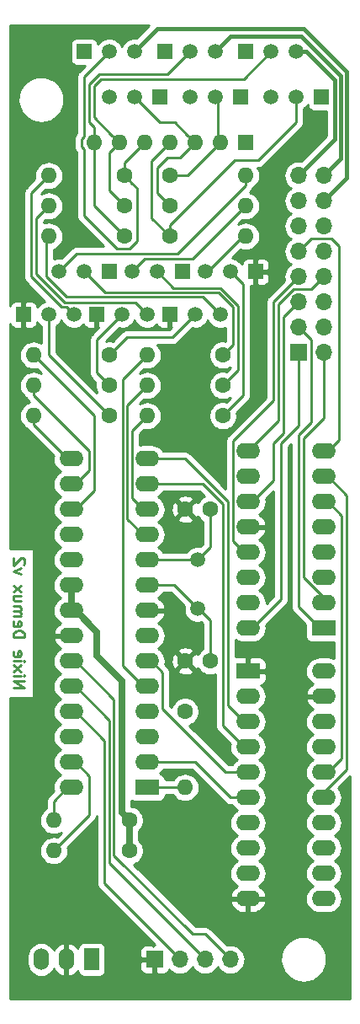
<source format=gbr>
G04 #@! TF.GenerationSoftware,KiCad,Pcbnew,(5.1.0)-1*
G04 #@! TF.CreationDate,2021-08-07T23:52:25-05:00*
G04 #@! TF.ProjectId,nixie_legacy-demux,6e697869-655f-46c6-9567-6163792d6465,rev?*
G04 #@! TF.SameCoordinates,Original*
G04 #@! TF.FileFunction,Copper,L2,Bot*
G04 #@! TF.FilePolarity,Positive*
%FSLAX46Y46*%
G04 Gerber Fmt 4.6, Leading zero omitted, Abs format (unit mm)*
G04 Created by KiCad (PCBNEW (5.1.0)-1) date 2021-08-07 23:52:25*
%MOMM*%
%LPD*%
G04 APERTURE LIST*
%ADD10C,0.228600*%
%ADD11O,1.524000X2.199640*%
%ADD12R,1.524000X2.199640*%
%ADD13C,1.500000*%
%ADD14R,1.500000X1.500000*%
%ADD15O,2.400000X1.600000*%
%ADD16R,2.400000X1.600000*%
%ADD17R,1.700000X1.700000*%
%ADD18O,1.700000X1.700000*%
%ADD19O,1.600000X1.600000*%
%ADD20R,1.600000X1.600000*%
%ADD21C,1.600000*%
%ADD22C,0.800000*%
%ADD23C,0.254000*%
%ADD24C,0.635000*%
%ADD25C,0.381000*%
G04 APERTURE END LIST*
D10*
X105146928Y-124079000D02*
X106289928Y-124079000D01*
X105146928Y-123425857D01*
X106289928Y-123425857D01*
X105146928Y-122881571D02*
X105908928Y-122881571D01*
X106289928Y-122881571D02*
X106235500Y-122936000D01*
X106181071Y-122881571D01*
X106235500Y-122827142D01*
X106289928Y-122881571D01*
X106181071Y-122881571D01*
X105146928Y-122446142D02*
X105908928Y-121847428D01*
X105908928Y-122446142D02*
X105146928Y-121847428D01*
X105146928Y-121412000D02*
X105908928Y-121412000D01*
X106289928Y-121412000D02*
X106235500Y-121466428D01*
X106181071Y-121412000D01*
X106235500Y-121357571D01*
X106289928Y-121412000D01*
X106181071Y-121412000D01*
X105201357Y-120432285D02*
X105146928Y-120541142D01*
X105146928Y-120758857D01*
X105201357Y-120867714D01*
X105310214Y-120922142D01*
X105745642Y-120922142D01*
X105854500Y-120867714D01*
X105908928Y-120758857D01*
X105908928Y-120541142D01*
X105854500Y-120432285D01*
X105745642Y-120377857D01*
X105636785Y-120377857D01*
X105527928Y-120922142D01*
X105146928Y-119017142D02*
X106289928Y-119017142D01*
X106289928Y-118745000D01*
X106235500Y-118581714D01*
X106126642Y-118472857D01*
X106017785Y-118418428D01*
X105800071Y-118364000D01*
X105636785Y-118364000D01*
X105419071Y-118418428D01*
X105310214Y-118472857D01*
X105201357Y-118581714D01*
X105146928Y-118745000D01*
X105146928Y-119017142D01*
X105201357Y-117438714D02*
X105146928Y-117547571D01*
X105146928Y-117765285D01*
X105201357Y-117874142D01*
X105310214Y-117928571D01*
X105745642Y-117928571D01*
X105854500Y-117874142D01*
X105908928Y-117765285D01*
X105908928Y-117547571D01*
X105854500Y-117438714D01*
X105745642Y-117384285D01*
X105636785Y-117384285D01*
X105527928Y-117928571D01*
X105146928Y-116894428D02*
X105908928Y-116894428D01*
X105800071Y-116894428D02*
X105854500Y-116840000D01*
X105908928Y-116731142D01*
X105908928Y-116567857D01*
X105854500Y-116459000D01*
X105745642Y-116404571D01*
X105146928Y-116404571D01*
X105745642Y-116404571D02*
X105854500Y-116350142D01*
X105908928Y-116241285D01*
X105908928Y-116078000D01*
X105854500Y-115969142D01*
X105745642Y-115914714D01*
X105146928Y-115914714D01*
X105908928Y-114880571D02*
X105146928Y-114880571D01*
X105908928Y-115370428D02*
X105310214Y-115370428D01*
X105201357Y-115316000D01*
X105146928Y-115207142D01*
X105146928Y-115043857D01*
X105201357Y-114935000D01*
X105255785Y-114880571D01*
X105146928Y-114445142D02*
X105908928Y-113846428D01*
X105908928Y-114445142D02*
X105146928Y-113846428D01*
X105908928Y-112649000D02*
X105146928Y-112376857D01*
X105908928Y-112104714D01*
X106181071Y-111723714D02*
X106235500Y-111669285D01*
X106289928Y-111560428D01*
X106289928Y-111288285D01*
X106235500Y-111179428D01*
X106181071Y-111125000D01*
X106072214Y-111070571D01*
X105963357Y-111070571D01*
X105800071Y-111125000D01*
X105146928Y-111778142D01*
X105146928Y-111070571D01*
D11*
X107950000Y-151384000D03*
X110490000Y-151384000D03*
D12*
X113030000Y-151384000D03*
D13*
X131064000Y-60198000D03*
X133604000Y-60198000D03*
D14*
X128524000Y-60198000D03*
D13*
X122936000Y-60198000D03*
X125476000Y-60198000D03*
D14*
X120396000Y-60198000D03*
D13*
X114808000Y-60198000D03*
X117348000Y-60198000D03*
D14*
X112268000Y-60198000D03*
D13*
X133604000Y-64770000D03*
X131064000Y-64770000D03*
D14*
X136144000Y-64770000D03*
X128016000Y-64770000D03*
D13*
X122936000Y-64770000D03*
X125476000Y-64770000D03*
X117348000Y-64770000D03*
X114808000Y-64770000D03*
D14*
X119888000Y-64770000D03*
X114808000Y-82296000D03*
D13*
X109728000Y-82296000D03*
X112268000Y-82296000D03*
D14*
X122174000Y-82296000D03*
D13*
X117094000Y-82296000D03*
X119634000Y-82296000D03*
D14*
X129540000Y-82296000D03*
D13*
X124460000Y-82296000D03*
X127000000Y-82296000D03*
D15*
X128778000Y-118110000D03*
X136398000Y-100330000D03*
X128778000Y-115570000D03*
X136398000Y-102870000D03*
X128778000Y-113030000D03*
X136398000Y-105410000D03*
X128778000Y-110490000D03*
X136398000Y-107950000D03*
X128778000Y-107950000D03*
X136398000Y-110490000D03*
X128778000Y-105410000D03*
X136398000Y-113030000D03*
X128778000Y-102870000D03*
X136398000Y-115570000D03*
X128778000Y-100330000D03*
D16*
X136398000Y-118110000D03*
D17*
X133858000Y-90424000D03*
D18*
X136398000Y-90424000D03*
X133858000Y-87884000D03*
X136398000Y-87884000D03*
X133858000Y-85344000D03*
X136398000Y-85344000D03*
X133858000Y-82804000D03*
X136398000Y-82804000D03*
X133858000Y-80264000D03*
X136398000Y-80264000D03*
X133858000Y-77724000D03*
X136398000Y-77724000D03*
X133858000Y-75184000D03*
X136398000Y-75184000D03*
X133858000Y-72644000D03*
X136398000Y-72644000D03*
D19*
X113284000Y-69342000D03*
X115824000Y-69342000D03*
X118364000Y-69342000D03*
X120904000Y-69342000D03*
X123444000Y-69342000D03*
X125984000Y-69342000D03*
D20*
X128524000Y-69342000D03*
D21*
X116332000Y-72644000D03*
D19*
X108712000Y-72644000D03*
D14*
X120904000Y-86614000D03*
D13*
X125984000Y-86614000D03*
X123444000Y-86614000D03*
D14*
X113538000Y-86614000D03*
D13*
X118618000Y-86614000D03*
X116078000Y-86614000D03*
D14*
X106172000Y-86614000D03*
D13*
X111252000Y-86614000D03*
X108712000Y-86614000D03*
D21*
X120904000Y-72644000D03*
D19*
X128524000Y-72644000D03*
D21*
X120904000Y-75692000D03*
D19*
X128524000Y-75692000D03*
D13*
X123698000Y-111252000D03*
X123698000Y-116152000D03*
D15*
X136398000Y-122428000D03*
X128778000Y-145288000D03*
X136398000Y-124968000D03*
X128778000Y-142748000D03*
X136398000Y-127508000D03*
X128778000Y-140208000D03*
X136398000Y-130048000D03*
X128778000Y-137668000D03*
X136398000Y-132588000D03*
X128778000Y-135128000D03*
X136398000Y-135128000D03*
X128778000Y-132588000D03*
X136398000Y-137668000D03*
X128778000Y-130048000D03*
X136398000Y-140208000D03*
X128778000Y-127508000D03*
X136398000Y-142748000D03*
X128778000Y-124968000D03*
X136398000Y-145288000D03*
D16*
X128778000Y-122428000D03*
D15*
X110998000Y-134112000D03*
X118618000Y-101092000D03*
X110998000Y-131572000D03*
X118618000Y-103632000D03*
X110998000Y-129032000D03*
X118618000Y-106172000D03*
X110998000Y-126492000D03*
X118618000Y-108712000D03*
X110998000Y-123952000D03*
X118618000Y-111252000D03*
X110998000Y-121412000D03*
X118618000Y-113792000D03*
X110998000Y-118872000D03*
X118618000Y-116332000D03*
X110998000Y-116332000D03*
X118618000Y-118872000D03*
X110998000Y-113792000D03*
X118618000Y-121412000D03*
X110998000Y-111252000D03*
X118618000Y-123952000D03*
X110998000Y-108712000D03*
X118618000Y-126492000D03*
X110998000Y-106172000D03*
X118618000Y-129032000D03*
X110998000Y-103632000D03*
X118618000Y-131572000D03*
X110998000Y-101092000D03*
D16*
X118618000Y-134112000D03*
D19*
X109220000Y-140462000D03*
D21*
X116840000Y-140462000D03*
D19*
X109220000Y-137414000D03*
D21*
X116840000Y-137414000D03*
D19*
X107188000Y-96774000D03*
D21*
X114808000Y-96774000D03*
D19*
X118618000Y-90678000D03*
D21*
X126238000Y-90678000D03*
D19*
X107188000Y-93726000D03*
D21*
X114808000Y-93726000D03*
D19*
X118618000Y-93726000D03*
D21*
X126238000Y-93726000D03*
D19*
X107188000Y-90678000D03*
D21*
X114808000Y-90678000D03*
D19*
X118618000Y-96774000D03*
D21*
X126238000Y-96774000D03*
X120904000Y-78740000D03*
D19*
X128524000Y-78740000D03*
D21*
X116332000Y-75692000D03*
D19*
X108712000Y-75692000D03*
D21*
X116332000Y-78740000D03*
D19*
X108712000Y-78740000D03*
X122428000Y-134112000D03*
D21*
X122428000Y-126492000D03*
D18*
X127000000Y-151384000D03*
X124460000Y-151384000D03*
X121920000Y-151384000D03*
D17*
X119380000Y-151384000D03*
D21*
X122468000Y-106172000D03*
X124968000Y-106172000D03*
X122468000Y-121412000D03*
X124968000Y-121412000D03*
D22*
X122428000Y-143510000D03*
D23*
X120072000Y-113792000D02*
X118618000Y-113792000D01*
X121338000Y-113792000D02*
X120072000Y-113792000D01*
X123698000Y-116152000D02*
X121338000Y-113792000D01*
X123772000Y-116152000D02*
X123698000Y-116152000D01*
X124968000Y-121412000D02*
X124968000Y-117348000D01*
X124968000Y-117348000D02*
X123772000Y-116152000D01*
X123698000Y-111252000D02*
X118618000Y-111252000D01*
X124968000Y-106172000D02*
X124968000Y-109982000D01*
X124968000Y-109982000D02*
X123698000Y-111252000D01*
X129178000Y-118110000D02*
X128778000Y-118110000D01*
X132080000Y-115208000D02*
X129178000Y-118110000D01*
X132080000Y-99568000D02*
X132080000Y-115208000D01*
X133858000Y-90424000D02*
X133858000Y-97790000D01*
X133858000Y-97790000D02*
X132080000Y-99568000D01*
X134707999Y-79414001D02*
X133858000Y-80264000D01*
X136798000Y-100330000D02*
X137922000Y-99206000D01*
X136398000Y-100330000D02*
X136798000Y-100330000D01*
X137922000Y-99206000D02*
X137922000Y-79756000D01*
X137922000Y-79756000D02*
X137160000Y-78994000D01*
X137160000Y-78994000D02*
X135128000Y-78994000D01*
X135128000Y-78994000D02*
X134707999Y-79414001D01*
X136798000Y-102870000D02*
X136398000Y-102870000D01*
X138684000Y-104756000D02*
X136798000Y-102870000D01*
X138684000Y-132295832D02*
X138684000Y-104756000D01*
X136398000Y-135128000D02*
X136398000Y-134581832D01*
X136398000Y-134581832D02*
X138684000Y-132295832D01*
X136398000Y-132588000D02*
X136798000Y-132588000D01*
X138176000Y-131210000D02*
X138176000Y-106788000D01*
X138176000Y-106788000D02*
X136798000Y-105410000D01*
X136798000Y-132588000D02*
X138176000Y-131210000D01*
X136798000Y-105410000D02*
X136398000Y-105410000D01*
D24*
X110998000Y-116332000D02*
X110998000Y-113792000D01*
X116840000Y-137414000D02*
X116840000Y-140462000D01*
D23*
X128778000Y-110490000D02*
X128378000Y-110490000D01*
X128378000Y-110490000D02*
X127250990Y-109362990D01*
X127250990Y-99317010D02*
X131318000Y-95250000D01*
X131318000Y-95250000D02*
X131318000Y-85344000D01*
X131318000Y-85344000D02*
X133858000Y-82804000D01*
X127250990Y-109362990D02*
X127250990Y-99317010D01*
D24*
X111398000Y-116332000D02*
X110998000Y-116332000D01*
X113538000Y-118472000D02*
X111398000Y-116332000D01*
X113538000Y-120904000D02*
X113538000Y-118472000D01*
X116078000Y-123444000D02*
X113538000Y-120904000D01*
X116840000Y-137414000D02*
X116078000Y-136652000D01*
X116078000Y-136652000D02*
X116078000Y-123444000D01*
D23*
X133008001Y-86193999D02*
X133858000Y-85344000D01*
X128778000Y-105410000D02*
X129178000Y-105410000D01*
X131318000Y-99568000D02*
X132334000Y-98552000D01*
X129178000Y-105410000D02*
X131318000Y-103270000D01*
X132334000Y-98552000D02*
X132334000Y-86868000D01*
X132334000Y-86868000D02*
X133008001Y-86193999D01*
X131318000Y-103270000D02*
X131318000Y-99568000D01*
X136398000Y-97028000D02*
X136398000Y-90424000D01*
X134366000Y-99060000D02*
X136398000Y-97028000D01*
X134366000Y-112991832D02*
X134366000Y-99060000D01*
X136398000Y-115570000D02*
X136398000Y-115023832D01*
X136398000Y-115023832D02*
X134366000Y-112991832D01*
X135548001Y-83653999D02*
X136398000Y-82804000D01*
X135128000Y-84074000D02*
X135548001Y-83653999D01*
X133350000Y-84074000D02*
X135128000Y-84074000D01*
X131826000Y-85598000D02*
X133350000Y-84074000D01*
X128778000Y-100330000D02*
X131826000Y-97282000D01*
X131826000Y-97282000D02*
X131826000Y-85598000D01*
X134707999Y-88733999D02*
X133858000Y-87884000D01*
X133858000Y-98686068D02*
X135128000Y-97416068D01*
X135128000Y-89154000D02*
X134707999Y-88733999D01*
X133858000Y-115970000D02*
X133858000Y-98686068D01*
X136398000Y-118110000D02*
X135998000Y-118110000D01*
X135128000Y-97416068D02*
X135128000Y-89154000D01*
X135998000Y-118110000D02*
X133858000Y-115970000D01*
D25*
X136398000Y-72644000D02*
X138102989Y-70939011D01*
X126225999Y-59448001D02*
X125476000Y-60198000D01*
X134112000Y-58674000D02*
X127000000Y-58674000D01*
X138102989Y-62664989D02*
X134112000Y-58674000D01*
X138102989Y-70939011D02*
X138102989Y-62664989D01*
X127000000Y-58674000D02*
X126225999Y-59448001D01*
X137521978Y-68980022D02*
X137521978Y-63055318D01*
X133858000Y-72644000D02*
X137521978Y-68980022D01*
X134664660Y-60198000D02*
X133604000Y-60198000D01*
X137521978Y-63055318D02*
X134664660Y-60198000D01*
X119634000Y-57912000D02*
X118097999Y-59448001D01*
X134366000Y-57912000D02*
X119634000Y-57912000D01*
X138684000Y-62230000D02*
X134366000Y-57912000D01*
X138684000Y-72898000D02*
X138684000Y-62230000D01*
X136398000Y-75184000D02*
X138684000Y-72898000D01*
X118097999Y-59448001D02*
X117348000Y-60198000D01*
D23*
X111398000Y-131572000D02*
X110998000Y-131572000D01*
X112776000Y-132950000D02*
X111398000Y-131572000D01*
X109220000Y-140462000D02*
X112776000Y-136906000D01*
X112776000Y-136906000D02*
X112776000Y-132950000D01*
X110598000Y-134112000D02*
X110998000Y-134112000D01*
X109220000Y-135490000D02*
X110598000Y-134112000D01*
X109220000Y-137414000D02*
X109220000Y-135490000D01*
X111398000Y-121412000D02*
X110998000Y-121412000D01*
X115262011Y-125276011D02*
X111398000Y-121412000D01*
X115262011Y-140916011D02*
X115262011Y-125276011D01*
X123190000Y-148844000D02*
X115262011Y-140916011D01*
X127000000Y-151384000D02*
X124460000Y-148844000D01*
X124460000Y-148844000D02*
X123190000Y-148844000D01*
X114808000Y-127362000D02*
X111398000Y-123952000D01*
X114808000Y-141732000D02*
X114808000Y-127362000D01*
X111398000Y-123952000D02*
X110998000Y-123952000D01*
X124460000Y-151384000D02*
X114808000Y-141732000D01*
X111398000Y-126492000D02*
X110998000Y-126492000D01*
X114300000Y-129394000D02*
X111398000Y-126492000D01*
X121920000Y-151384000D02*
X114300000Y-143764000D01*
X114300000Y-143764000D02*
X114300000Y-129394000D01*
X117868001Y-85864001D02*
X118618000Y-86614000D01*
X117413991Y-85409991D02*
X117868001Y-85864001D01*
X110301991Y-85409991D02*
X117413991Y-85409991D01*
X107442000Y-82550000D02*
X110301991Y-85409991D01*
X108712000Y-75692000D02*
X107442000Y-76962000D01*
X107442000Y-76962000D02*
X107442000Y-82550000D01*
X113538000Y-89154000D02*
X116078000Y-86614000D01*
X114808000Y-93726000D02*
X113538000Y-92456000D01*
X113538000Y-92456000D02*
X113538000Y-89154000D01*
X125234001Y-85864001D02*
X125984000Y-86614000D01*
X124206000Y-84836000D02*
X125234001Y-85864001D01*
X110490000Y-84836000D02*
X124206000Y-84836000D01*
X108458000Y-82804000D02*
X110490000Y-84836000D01*
X108458000Y-78994000D02*
X108458000Y-82804000D01*
X108712000Y-78740000D02*
X108458000Y-78994000D01*
X121158000Y-88900000D02*
X123444000Y-86614000D01*
X114808000Y-90678000D02*
X116586000Y-88900000D01*
X116586000Y-88900000D02*
X121158000Y-88900000D01*
X110502001Y-85864001D02*
X111252000Y-86614000D01*
X109994001Y-85864001D02*
X110502001Y-85864001D01*
X106934000Y-82804000D02*
X109994001Y-85864001D01*
X108712000Y-72644000D02*
X106934000Y-74422000D01*
X106934000Y-74422000D02*
X106934000Y-82804000D01*
X108712000Y-90678000D02*
X108712000Y-86614000D01*
X114808000Y-96774000D02*
X108712000Y-90678000D01*
X124714000Y-82296000D02*
X124460000Y-82296000D01*
X128524000Y-78740000D02*
X128270000Y-78740000D01*
X128270000Y-78740000D02*
X124714000Y-82296000D01*
X128270000Y-94742000D02*
X126238000Y-96774000D01*
X127000000Y-82296000D02*
X128270000Y-83566000D01*
X128270000Y-83566000D02*
X128270000Y-94742000D01*
X111506000Y-80518000D02*
X109728000Y-82296000D01*
X121666000Y-80518000D02*
X111506000Y-80518000D01*
X128524000Y-72644000D02*
X128524000Y-73660000D01*
X128524000Y-73660000D02*
X121666000Y-80518000D01*
X127254000Y-89662000D02*
X126238000Y-90678000D01*
X127254000Y-85852000D02*
X127254000Y-89662000D01*
X125783990Y-84381990D02*
X127254000Y-85852000D01*
X112268000Y-82296000D02*
X114353990Y-84381990D01*
X114353990Y-84381990D02*
X125783990Y-84381990D01*
X118364000Y-81026000D02*
X117094000Y-82296000D01*
X128524000Y-75692000D02*
X123190000Y-81026000D01*
X123190000Y-81026000D02*
X118364000Y-81026000D01*
X121265980Y-83927980D02*
X119634000Y-82296000D01*
X125972047Y-83927980D02*
X121265980Y-83927980D01*
X127762000Y-85717933D02*
X125972047Y-83927980D01*
X126238000Y-93726000D02*
X127762000Y-92202000D01*
X127762000Y-92202000D02*
X127762000Y-85717933D01*
X118618000Y-134112000D02*
X122428000Y-134112000D01*
X118218000Y-106172000D02*
X118618000Y-106172000D01*
X117090990Y-105044990D02*
X118218000Y-106172000D01*
X117090990Y-98301010D02*
X117090990Y-105044990D01*
X118618000Y-96774000D02*
X117090990Y-98301010D01*
X108458000Y-91948000D02*
X107188000Y-90678000D01*
X113284000Y-96774000D02*
X108458000Y-91948000D01*
X113284000Y-104286000D02*
X113284000Y-96774000D01*
X110998000Y-106172000D02*
X111398000Y-106172000D01*
X111398000Y-106172000D02*
X113284000Y-104286000D01*
X118218000Y-108712000D02*
X118618000Y-108712000D01*
X116636980Y-107130980D02*
X118218000Y-108712000D01*
X116636980Y-95707020D02*
X116636980Y-107130980D01*
X118618000Y-93726000D02*
X116636980Y-95707020D01*
X107188000Y-94742000D02*
X107188000Y-93726000D01*
X112776000Y-100330000D02*
X107188000Y-94742000D01*
X112776000Y-102254000D02*
X112776000Y-100330000D01*
X110998000Y-103632000D02*
X111398000Y-103632000D01*
X111398000Y-103632000D02*
X112776000Y-102254000D01*
X118218000Y-123952000D02*
X118618000Y-123952000D01*
X116182970Y-121916970D02*
X118218000Y-123952000D01*
X116182970Y-93113030D02*
X116182970Y-121916970D01*
X118618000Y-90678000D02*
X116182970Y-93113030D01*
X107188000Y-97682000D02*
X107188000Y-96774000D01*
X110598000Y-101092000D02*
X107188000Y-97682000D01*
X110998000Y-101092000D02*
X110598000Y-101092000D01*
X120072000Y-101092000D02*
X118618000Y-101092000D01*
X122428000Y-101092000D02*
X120072000Y-101092000D01*
X126746000Y-105410000D02*
X122428000Y-101092000D01*
X126746000Y-125876000D02*
X126746000Y-105410000D01*
X128778000Y-127508000D02*
X128378000Y-127508000D01*
X128378000Y-127508000D02*
X126746000Y-125876000D01*
X120072000Y-103632000D02*
X118618000Y-103632000D01*
X124206000Y-103632000D02*
X120072000Y-103632000D01*
X126238000Y-105664000D02*
X124206000Y-103632000D01*
X126238000Y-127908000D02*
X126238000Y-105664000D01*
X128778000Y-130048000D02*
X128378000Y-130048000D01*
X128378000Y-130048000D02*
X126238000Y-127908000D01*
X119018000Y-121412000D02*
X118618000Y-121412000D01*
X120145010Y-122539010D02*
X119018000Y-121412000D01*
X120145010Y-126241010D02*
X120145010Y-122539010D01*
X128778000Y-132588000D02*
X126492000Y-132588000D01*
X126492000Y-132588000D02*
X120145010Y-126241010D01*
X127000000Y-135128000D02*
X128778000Y-135128000D01*
X118618000Y-131572000D02*
X123444000Y-131572000D01*
X123444000Y-131572000D02*
X127000000Y-135128000D01*
X122682000Y-72644000D02*
X120904000Y-72644000D01*
X125984000Y-69342000D02*
X122682000Y-72644000D01*
X125730000Y-69088000D02*
X125984000Y-69342000D01*
X125476000Y-64770000D02*
X125730000Y-65024000D01*
X125730000Y-65024000D02*
X125730000Y-69088000D01*
X121920000Y-70866000D02*
X123444000Y-69342000D01*
X120650000Y-70866000D02*
X121920000Y-70866000D01*
X119634000Y-71882000D02*
X120650000Y-70866000D01*
X120904000Y-75692000D02*
X119634000Y-74422000D01*
X119634000Y-74422000D02*
X119634000Y-71882000D01*
X122644001Y-68542001D02*
X123444000Y-69342000D01*
X121412000Y-67310000D02*
X122644001Y-68542001D01*
X117348000Y-64770000D02*
X119888000Y-67310000D01*
X119888000Y-67310000D02*
X121412000Y-67310000D01*
X119088001Y-71157999D02*
X120904000Y-69342000D01*
X120904000Y-78740000D02*
X119088001Y-76924001D01*
X119088001Y-76924001D02*
X119088001Y-71157999D01*
X120904000Y-77608630D02*
X120904000Y-78740000D01*
X127392630Y-71120000D02*
X120904000Y-77608630D01*
X129794000Y-71120000D02*
X127392630Y-71120000D01*
X133604000Y-64770000D02*
X133604000Y-67310000D01*
X133604000Y-67310000D02*
X129794000Y-71120000D01*
X116332000Y-71374000D02*
X118364000Y-69342000D01*
X116332000Y-72644000D02*
X116332000Y-71374000D01*
X117131999Y-73443999D02*
X116332000Y-72644000D01*
X117602000Y-73914000D02*
X117131999Y-73443999D01*
X117602000Y-79248000D02*
X117602000Y-73914000D01*
X115570000Y-80010000D02*
X116840000Y-80010000D01*
X116840000Y-80010000D02*
X117602000Y-79248000D01*
X112268000Y-76708000D02*
X115570000Y-80010000D01*
X112268000Y-62738000D02*
X112268000Y-68690038D01*
X114808000Y-60198000D02*
X112268000Y-62738000D01*
X112268000Y-68690038D02*
X112014000Y-68944038D01*
X112014000Y-68944038D02*
X112014000Y-69739962D01*
X112014000Y-69739962D02*
X112268000Y-69993962D01*
X112268000Y-69993962D02*
X112268000Y-76708000D01*
X114808000Y-74168000D02*
X116332000Y-75692000D01*
X115824000Y-69342000D02*
X114808000Y-70358000D01*
X114808000Y-70358000D02*
X114808000Y-74168000D01*
X115024001Y-68542001D02*
X115824000Y-69342000D01*
X113284000Y-66802000D02*
X115024001Y-68542001D01*
X113284000Y-63634066D02*
X113284000Y-66802000D01*
X113980055Y-62938011D02*
X113284000Y-63634066D01*
X131064000Y-60198000D02*
X128323989Y-62938011D01*
X128323989Y-62938011D02*
X113980055Y-62938011D01*
X113284000Y-75692000D02*
X113284000Y-69342000D01*
X116332000Y-78740000D02*
X113284000Y-75692000D01*
X113284000Y-67818000D02*
X113284000Y-69342000D01*
X112776000Y-67310000D02*
X113284000Y-67818000D01*
X112776000Y-63499998D02*
X112776000Y-67310000D01*
X113791998Y-62484000D02*
X112776000Y-63499998D01*
X122936000Y-60198000D02*
X120650000Y-62484000D01*
X120650000Y-62484000D02*
X113791998Y-62484000D01*
G36*
X117552103Y-58826465D02*
G01*
X117484411Y-58813000D01*
X117211589Y-58813000D01*
X116944011Y-58866225D01*
X116691957Y-58970629D01*
X116465114Y-59122201D01*
X116272201Y-59315114D01*
X116120629Y-59541957D01*
X116078000Y-59644873D01*
X116035371Y-59541957D01*
X115883799Y-59315114D01*
X115690886Y-59122201D01*
X115464043Y-58970629D01*
X115211989Y-58866225D01*
X114944411Y-58813000D01*
X114671589Y-58813000D01*
X114404011Y-58866225D01*
X114151957Y-58970629D01*
X113925114Y-59122201D01*
X113732201Y-59315114D01*
X113654445Y-59431483D01*
X113643812Y-59323518D01*
X113607502Y-59203820D01*
X113548537Y-59093506D01*
X113469185Y-58996815D01*
X113372494Y-58917463D01*
X113262180Y-58858498D01*
X113142482Y-58822188D01*
X113018000Y-58809928D01*
X111518000Y-58809928D01*
X111393518Y-58822188D01*
X111273820Y-58858498D01*
X111163506Y-58917463D01*
X111066815Y-58996815D01*
X110987463Y-59093506D01*
X110928498Y-59203820D01*
X110892188Y-59323518D01*
X110879928Y-59448000D01*
X110879928Y-60948000D01*
X110892188Y-61072482D01*
X110928498Y-61192180D01*
X110987463Y-61302494D01*
X111066815Y-61399185D01*
X111163506Y-61478537D01*
X111273820Y-61537502D01*
X111393518Y-61573812D01*
X111518000Y-61586072D01*
X112342298Y-61586072D01*
X111755654Y-62172716D01*
X111726578Y-62196578D01*
X111689497Y-62241762D01*
X111631355Y-62312608D01*
X111593535Y-62383365D01*
X111560598Y-62444986D01*
X111517026Y-62588623D01*
X111511474Y-62644996D01*
X111502314Y-62738000D01*
X111506000Y-62775423D01*
X111506001Y-68374407D01*
X111501654Y-68378754D01*
X111472578Y-68402616D01*
X111416983Y-68470360D01*
X111377355Y-68518646D01*
X111364872Y-68542001D01*
X111306598Y-68651024D01*
X111263026Y-68794661D01*
X111252000Y-68906612D01*
X111248314Y-68944038D01*
X111252000Y-68981461D01*
X111252000Y-69702539D01*
X111248314Y-69739962D01*
X111252000Y-69777385D01*
X111252000Y-69777388D01*
X111263026Y-69889340D01*
X111306599Y-70032977D01*
X111377355Y-70165354D01*
X111429880Y-70229355D01*
X111472579Y-70281384D01*
X111501649Y-70305241D01*
X111506000Y-70309592D01*
X111506001Y-76670567D01*
X111502314Y-76708000D01*
X111517027Y-76857378D01*
X111560599Y-77001015D01*
X111631355Y-77133392D01*
X111672263Y-77183238D01*
X111726579Y-77249422D01*
X111755649Y-77273279D01*
X114238369Y-79756000D01*
X111543423Y-79756000D01*
X111506000Y-79752314D01*
X111468577Y-79756000D01*
X111468574Y-79756000D01*
X111356622Y-79767026D01*
X111212985Y-79810598D01*
X111151364Y-79843535D01*
X111080607Y-79881355D01*
X111038219Y-79916143D01*
X110964578Y-79976578D01*
X110940716Y-80005654D01*
X110007006Y-80939364D01*
X109864411Y-80911000D01*
X109591589Y-80911000D01*
X109324011Y-80964225D01*
X109220000Y-81007308D01*
X109220000Y-80085471D01*
X109263808Y-80072182D01*
X109513101Y-79938932D01*
X109731608Y-79759608D01*
X109910932Y-79541101D01*
X110044182Y-79291808D01*
X110126236Y-79021309D01*
X110153943Y-78740000D01*
X110126236Y-78458691D01*
X110044182Y-78188192D01*
X109910932Y-77938899D01*
X109731608Y-77720392D01*
X109513101Y-77541068D01*
X109263808Y-77407818D01*
X108993309Y-77325764D01*
X108782492Y-77305000D01*
X108641508Y-77305000D01*
X108430691Y-77325764D01*
X108204000Y-77394529D01*
X108204000Y-77277630D01*
X108388264Y-77093366D01*
X108430691Y-77106236D01*
X108641508Y-77127000D01*
X108782492Y-77127000D01*
X108993309Y-77106236D01*
X109263808Y-77024182D01*
X109513101Y-76890932D01*
X109731608Y-76711608D01*
X109910932Y-76493101D01*
X110044182Y-76243808D01*
X110126236Y-75973309D01*
X110153943Y-75692000D01*
X110126236Y-75410691D01*
X110044182Y-75140192D01*
X109910932Y-74890899D01*
X109731608Y-74672392D01*
X109513101Y-74493068D01*
X109263808Y-74359818D01*
X108993309Y-74277764D01*
X108782492Y-74257000D01*
X108641508Y-74257000D01*
X108430691Y-74277764D01*
X108160192Y-74359818D01*
X107974623Y-74459007D01*
X108388264Y-74045366D01*
X108430691Y-74058236D01*
X108641508Y-74079000D01*
X108782492Y-74079000D01*
X108993309Y-74058236D01*
X109263808Y-73976182D01*
X109513101Y-73842932D01*
X109731608Y-73663608D01*
X109910932Y-73445101D01*
X110044182Y-73195808D01*
X110126236Y-72925309D01*
X110153943Y-72644000D01*
X110126236Y-72362691D01*
X110044182Y-72092192D01*
X109910932Y-71842899D01*
X109731608Y-71624392D01*
X109513101Y-71445068D01*
X109263808Y-71311818D01*
X108993309Y-71229764D01*
X108782492Y-71209000D01*
X108641508Y-71209000D01*
X108430691Y-71229764D01*
X108160192Y-71311818D01*
X107910899Y-71445068D01*
X107692392Y-71624392D01*
X107513068Y-71842899D01*
X107379818Y-72092192D01*
X107297764Y-72362691D01*
X107270057Y-72644000D01*
X107297764Y-72925309D01*
X107310634Y-72967736D01*
X106421654Y-73856716D01*
X106392578Y-73880578D01*
X106365150Y-73914000D01*
X106297355Y-73996608D01*
X106264415Y-74058236D01*
X106226598Y-74128986D01*
X106183026Y-74272623D01*
X106172000Y-74384574D01*
X106168314Y-74422000D01*
X106172000Y-74459423D01*
X106172001Y-82766567D01*
X106168314Y-82804000D01*
X106183027Y-82953378D01*
X106226599Y-83097015D01*
X106297355Y-83229392D01*
X106362125Y-83308314D01*
X106392579Y-83345422D01*
X106421649Y-83369279D01*
X108330184Y-85277815D01*
X108308011Y-85282225D01*
X108055957Y-85386629D01*
X107829114Y-85538201D01*
X107636201Y-85731114D01*
X107558445Y-85847483D01*
X107547812Y-85739518D01*
X107511502Y-85619820D01*
X107452537Y-85509506D01*
X107373185Y-85412815D01*
X107276494Y-85333463D01*
X107166180Y-85274498D01*
X107046482Y-85238188D01*
X106922000Y-85225928D01*
X106457750Y-85229000D01*
X106299000Y-85387750D01*
X106299000Y-86487000D01*
X106319000Y-86487000D01*
X106319000Y-86741000D01*
X106299000Y-86741000D01*
X106299000Y-87840250D01*
X106457750Y-87999000D01*
X106922000Y-88002072D01*
X107046482Y-87989812D01*
X107166180Y-87953502D01*
X107276494Y-87894537D01*
X107373185Y-87815185D01*
X107452537Y-87718494D01*
X107511502Y-87608180D01*
X107547812Y-87488482D01*
X107558445Y-87380517D01*
X107636201Y-87496886D01*
X107829114Y-87689799D01*
X107950001Y-87770573D01*
X107950000Y-89458168D01*
X107739808Y-89345818D01*
X107469309Y-89263764D01*
X107258492Y-89243000D01*
X107117508Y-89243000D01*
X106906691Y-89263764D01*
X106636192Y-89345818D01*
X106386899Y-89479068D01*
X106168392Y-89658392D01*
X105989068Y-89876899D01*
X105855818Y-90126192D01*
X105773764Y-90396691D01*
X105746057Y-90678000D01*
X105773764Y-90959309D01*
X105855818Y-91229808D01*
X105989068Y-91479101D01*
X106168392Y-91697608D01*
X106386899Y-91876932D01*
X106636192Y-92010182D01*
X106906691Y-92092236D01*
X107117508Y-92113000D01*
X107258492Y-92113000D01*
X107469309Y-92092236D01*
X107511736Y-92079366D01*
X107925374Y-92493005D01*
X107739808Y-92393818D01*
X107469309Y-92311764D01*
X107258492Y-92291000D01*
X107117508Y-92291000D01*
X106906691Y-92311764D01*
X106636192Y-92393818D01*
X106386899Y-92527068D01*
X106168392Y-92706392D01*
X105989068Y-92924899D01*
X105855818Y-93174192D01*
X105773764Y-93444691D01*
X105746057Y-93726000D01*
X105773764Y-94007309D01*
X105855818Y-94277808D01*
X105989068Y-94527101D01*
X106168392Y-94745608D01*
X106386899Y-94924932D01*
X106458875Y-94963404D01*
X106480598Y-95035014D01*
X106492982Y-95058182D01*
X106551355Y-95167392D01*
X106573741Y-95194669D01*
X106646578Y-95283422D01*
X106675654Y-95307284D01*
X106769692Y-95401322D01*
X106636192Y-95441818D01*
X106386899Y-95575068D01*
X106168392Y-95754392D01*
X105989068Y-95972899D01*
X105855818Y-96222192D01*
X105773764Y-96492691D01*
X105746057Y-96774000D01*
X105773764Y-97055309D01*
X105855818Y-97325808D01*
X105989068Y-97575101D01*
X106168392Y-97793608D01*
X106386899Y-97972932D01*
X106516517Y-98042215D01*
X106551355Y-98107392D01*
X106581929Y-98144646D01*
X106646578Y-98223422D01*
X106675654Y-98247284D01*
X109196634Y-100768265D01*
X109183764Y-100810691D01*
X109156057Y-101092000D01*
X109183764Y-101373309D01*
X109265818Y-101643808D01*
X109399068Y-101893101D01*
X109578392Y-102111608D01*
X109796899Y-102290932D01*
X109929858Y-102362000D01*
X109796899Y-102433068D01*
X109578392Y-102612392D01*
X109399068Y-102830899D01*
X109265818Y-103080192D01*
X109183764Y-103350691D01*
X109156057Y-103632000D01*
X109183764Y-103913309D01*
X109265818Y-104183808D01*
X109399068Y-104433101D01*
X109578392Y-104651608D01*
X109796899Y-104830932D01*
X109929858Y-104902000D01*
X109796899Y-104973068D01*
X109578392Y-105152392D01*
X109399068Y-105370899D01*
X109265818Y-105620192D01*
X109183764Y-105890691D01*
X109156057Y-106172000D01*
X109183764Y-106453309D01*
X109265818Y-106723808D01*
X109399068Y-106973101D01*
X109578392Y-107191608D01*
X109796899Y-107370932D01*
X109929858Y-107442000D01*
X109796899Y-107513068D01*
X109578392Y-107692392D01*
X109399068Y-107910899D01*
X109265818Y-108160192D01*
X109183764Y-108430691D01*
X109156057Y-108712000D01*
X109183764Y-108993309D01*
X109265818Y-109263808D01*
X109399068Y-109513101D01*
X109578392Y-109731608D01*
X109796899Y-109910932D01*
X109929858Y-109982000D01*
X109796899Y-110053068D01*
X109578392Y-110232392D01*
X109399068Y-110450899D01*
X109265818Y-110700192D01*
X109183764Y-110970691D01*
X109156057Y-111252000D01*
X109183764Y-111533309D01*
X109265818Y-111803808D01*
X109399068Y-112053101D01*
X109578392Y-112271608D01*
X109796899Y-112450932D01*
X109929858Y-112522000D01*
X109796899Y-112593068D01*
X109578392Y-112772392D01*
X109399068Y-112990899D01*
X109265818Y-113240192D01*
X109183764Y-113510691D01*
X109156057Y-113792000D01*
X109183764Y-114073309D01*
X109265818Y-114343808D01*
X109399068Y-114593101D01*
X109578392Y-114811608D01*
X109796899Y-114990932D01*
X109929858Y-115062000D01*
X109796899Y-115133068D01*
X109578392Y-115312392D01*
X109399068Y-115530899D01*
X109265818Y-115780192D01*
X109183764Y-116050691D01*
X109156057Y-116332000D01*
X109183764Y-116613309D01*
X109265818Y-116883808D01*
X109399068Y-117133101D01*
X109578392Y-117351608D01*
X109796899Y-117530932D01*
X109924741Y-117599265D01*
X109695161Y-117749399D01*
X109493500Y-117947105D01*
X109334285Y-118180354D01*
X109223633Y-118440182D01*
X109206096Y-118522961D01*
X109328085Y-118745000D01*
X110871000Y-118745000D01*
X110871000Y-118725000D01*
X111125000Y-118725000D01*
X111125000Y-118745000D01*
X111145000Y-118745000D01*
X111145000Y-118999000D01*
X111125000Y-118999000D01*
X111125000Y-119019000D01*
X110871000Y-119019000D01*
X110871000Y-118999000D01*
X109328085Y-118999000D01*
X109206096Y-119221039D01*
X109223633Y-119303818D01*
X109334285Y-119563646D01*
X109493500Y-119796895D01*
X109695161Y-119994601D01*
X109924741Y-120144735D01*
X109796899Y-120213068D01*
X109578392Y-120392392D01*
X109399068Y-120610899D01*
X109265818Y-120860192D01*
X109183764Y-121130691D01*
X109156057Y-121412000D01*
X109183764Y-121693309D01*
X109265818Y-121963808D01*
X109399068Y-122213101D01*
X109578392Y-122431608D01*
X109796899Y-122610932D01*
X109929858Y-122682000D01*
X109796899Y-122753068D01*
X109578392Y-122932392D01*
X109399068Y-123150899D01*
X109265818Y-123400192D01*
X109183764Y-123670691D01*
X109156057Y-123952000D01*
X109183764Y-124233309D01*
X109265818Y-124503808D01*
X109399068Y-124753101D01*
X109578392Y-124971608D01*
X109796899Y-125150932D01*
X109929858Y-125222000D01*
X109796899Y-125293068D01*
X109578392Y-125472392D01*
X109399068Y-125690899D01*
X109265818Y-125940192D01*
X109183764Y-126210691D01*
X109156057Y-126492000D01*
X109183764Y-126773309D01*
X109265818Y-127043808D01*
X109399068Y-127293101D01*
X109578392Y-127511608D01*
X109796899Y-127690932D01*
X109929858Y-127762000D01*
X109796899Y-127833068D01*
X109578392Y-128012392D01*
X109399068Y-128230899D01*
X109265818Y-128480192D01*
X109183764Y-128750691D01*
X109156057Y-129032000D01*
X109183764Y-129313309D01*
X109265818Y-129583808D01*
X109399068Y-129833101D01*
X109578392Y-130051608D01*
X109796899Y-130230932D01*
X109929858Y-130302000D01*
X109796899Y-130373068D01*
X109578392Y-130552392D01*
X109399068Y-130770899D01*
X109265818Y-131020192D01*
X109183764Y-131290691D01*
X109156057Y-131572000D01*
X109183764Y-131853309D01*
X109265818Y-132123808D01*
X109399068Y-132373101D01*
X109578392Y-132591608D01*
X109796899Y-132770932D01*
X109929858Y-132842000D01*
X109796899Y-132913068D01*
X109578392Y-133092392D01*
X109399068Y-133310899D01*
X109265818Y-133560192D01*
X109183764Y-133830691D01*
X109156057Y-134112000D01*
X109183764Y-134393309D01*
X109196634Y-134435736D01*
X108707649Y-134924721D01*
X108678579Y-134948578D01*
X108654722Y-134977648D01*
X108654721Y-134977649D01*
X108583355Y-135064608D01*
X108512599Y-135196985D01*
X108469027Y-135340622D01*
X108454314Y-135490000D01*
X108458001Y-135527433D01*
X108458001Y-136194168D01*
X108418899Y-136215068D01*
X108200392Y-136394392D01*
X108021068Y-136612899D01*
X107887818Y-136862192D01*
X107805764Y-137132691D01*
X107778057Y-137414000D01*
X107805764Y-137695309D01*
X107887818Y-137965808D01*
X108021068Y-138215101D01*
X108200392Y-138433608D01*
X108418899Y-138612932D01*
X108668192Y-138746182D01*
X108938691Y-138828236D01*
X109149508Y-138849000D01*
X109290492Y-138849000D01*
X109501309Y-138828236D01*
X109771808Y-138746182D01*
X109957376Y-138646994D01*
X109543736Y-139060634D01*
X109501309Y-139047764D01*
X109290492Y-139027000D01*
X109149508Y-139027000D01*
X108938691Y-139047764D01*
X108668192Y-139129818D01*
X108418899Y-139263068D01*
X108200392Y-139442392D01*
X108021068Y-139660899D01*
X107887818Y-139910192D01*
X107805764Y-140180691D01*
X107778057Y-140462000D01*
X107805764Y-140743309D01*
X107887818Y-141013808D01*
X108021068Y-141263101D01*
X108200392Y-141481608D01*
X108418899Y-141660932D01*
X108668192Y-141794182D01*
X108938691Y-141876236D01*
X109149508Y-141897000D01*
X109290492Y-141897000D01*
X109501309Y-141876236D01*
X109771808Y-141794182D01*
X110021101Y-141660932D01*
X110239608Y-141481608D01*
X110418932Y-141263101D01*
X110552182Y-141013808D01*
X110634236Y-140743309D01*
X110661943Y-140462000D01*
X110634236Y-140180691D01*
X110621366Y-140138264D01*
X113288353Y-137471278D01*
X113317422Y-137447422D01*
X113412645Y-137331392D01*
X113483402Y-137199015D01*
X113526974Y-137055378D01*
X113538000Y-136943426D01*
X113538000Y-143726577D01*
X113534314Y-143764000D01*
X113538000Y-143801423D01*
X113538000Y-143801425D01*
X113549026Y-143913377D01*
X113592598Y-144057014D01*
X113592599Y-144057015D01*
X113663355Y-144189392D01*
X113702983Y-144237678D01*
X113758578Y-144305422D01*
X113787654Y-144329284D01*
X119357370Y-149899000D01*
X119252998Y-149899000D01*
X119252998Y-150057748D01*
X119094250Y-149899000D01*
X118530000Y-149895928D01*
X118405518Y-149908188D01*
X118285820Y-149944498D01*
X118175506Y-150003463D01*
X118078815Y-150082815D01*
X117999463Y-150179506D01*
X117940498Y-150289820D01*
X117904188Y-150409518D01*
X117891928Y-150534000D01*
X117895000Y-151098250D01*
X118053750Y-151257000D01*
X119253000Y-151257000D01*
X119253000Y-151237000D01*
X119507000Y-151237000D01*
X119507000Y-151257000D01*
X119527000Y-151257000D01*
X119527000Y-151511000D01*
X119507000Y-151511000D01*
X119507000Y-152710250D01*
X119665750Y-152869000D01*
X120230000Y-152872072D01*
X120354482Y-152859812D01*
X120474180Y-152823502D01*
X120584494Y-152764537D01*
X120681185Y-152685185D01*
X120760537Y-152588494D01*
X120819502Y-152478180D01*
X120840393Y-152409313D01*
X120864866Y-152439134D01*
X121090986Y-152624706D01*
X121348966Y-152762599D01*
X121628889Y-152847513D01*
X121847050Y-152869000D01*
X121992950Y-152869000D01*
X122211111Y-152847513D01*
X122491034Y-152762599D01*
X122749014Y-152624706D01*
X122975134Y-152439134D01*
X123160706Y-152213014D01*
X123190000Y-152158209D01*
X123219294Y-152213014D01*
X123404866Y-152439134D01*
X123630986Y-152624706D01*
X123888966Y-152762599D01*
X124168889Y-152847513D01*
X124387050Y-152869000D01*
X124532950Y-152869000D01*
X124751111Y-152847513D01*
X125031034Y-152762599D01*
X125289014Y-152624706D01*
X125515134Y-152439134D01*
X125700706Y-152213014D01*
X125730000Y-152158209D01*
X125759294Y-152213014D01*
X125944866Y-152439134D01*
X126170986Y-152624706D01*
X126428966Y-152762599D01*
X126708889Y-152847513D01*
X126927050Y-152869000D01*
X127072950Y-152869000D01*
X127291111Y-152847513D01*
X127571034Y-152762599D01*
X127829014Y-152624706D01*
X128055134Y-152439134D01*
X128240706Y-152213014D01*
X128378599Y-151955034D01*
X128463513Y-151675111D01*
X128488980Y-151416532D01*
X132036227Y-151416532D01*
X132086916Y-151868434D01*
X132224415Y-152301885D01*
X132443486Y-152700373D01*
X132735784Y-153048721D01*
X133090178Y-153333661D01*
X133493167Y-153544338D01*
X133929402Y-153672729D01*
X134382266Y-153713943D01*
X134834512Y-153666410D01*
X135268911Y-153531941D01*
X135668919Y-153315658D01*
X136019300Y-153025798D01*
X136306706Y-152673402D01*
X136520192Y-152271894D01*
X136651626Y-151836566D01*
X136696000Y-151384000D01*
X136695092Y-151318943D01*
X136638098Y-150867792D01*
X136494561Y-150436304D01*
X136269948Y-150040913D01*
X135972814Y-149696680D01*
X135614476Y-149416716D01*
X135208585Y-149211686D01*
X134770600Y-149089398D01*
X134317204Y-149054511D01*
X133865667Y-149108354D01*
X133433187Y-149248875D01*
X133036237Y-149470722D01*
X132689938Y-149765446D01*
X132407480Y-150121820D01*
X132199621Y-150526270D01*
X132074278Y-150963390D01*
X132036227Y-151416532D01*
X128488980Y-151416532D01*
X128492185Y-151384000D01*
X128463513Y-151092889D01*
X128378599Y-150812966D01*
X128240706Y-150554986D01*
X128055134Y-150328866D01*
X127829014Y-150143294D01*
X127571034Y-150005401D01*
X127291111Y-149920487D01*
X127072950Y-149899000D01*
X126927050Y-149899000D01*
X126708889Y-149920487D01*
X126636175Y-149942545D01*
X125025284Y-148331654D01*
X125001422Y-148302578D01*
X124885392Y-148207355D01*
X124753015Y-148136598D01*
X124609378Y-148093026D01*
X124497426Y-148082000D01*
X124497423Y-148082000D01*
X124460000Y-148078314D01*
X124422577Y-148082000D01*
X123505630Y-148082000D01*
X121060669Y-145637039D01*
X126986096Y-145637039D01*
X127003633Y-145719818D01*
X127114285Y-145979646D01*
X127273500Y-146212895D01*
X127475161Y-146410601D01*
X127711517Y-146565166D01*
X127973486Y-146670650D01*
X128251000Y-146723000D01*
X128651000Y-146723000D01*
X128651000Y-145415000D01*
X128905000Y-145415000D01*
X128905000Y-146723000D01*
X129305000Y-146723000D01*
X129582514Y-146670650D01*
X129844483Y-146565166D01*
X130080839Y-146410601D01*
X130282500Y-146212895D01*
X130441715Y-145979646D01*
X130552367Y-145719818D01*
X130569904Y-145637039D01*
X130447915Y-145415000D01*
X128905000Y-145415000D01*
X128651000Y-145415000D01*
X127108085Y-145415000D01*
X126986096Y-145637039D01*
X121060669Y-145637039D01*
X117263459Y-141839829D01*
X117519727Y-141733680D01*
X117754759Y-141576637D01*
X117954637Y-141376759D01*
X118111680Y-141141727D01*
X118219853Y-140880574D01*
X118275000Y-140603335D01*
X118275000Y-140320665D01*
X118219853Y-140043426D01*
X118111680Y-139782273D01*
X117954637Y-139547241D01*
X117792500Y-139385104D01*
X117792500Y-138490896D01*
X117954637Y-138328759D01*
X118111680Y-138093727D01*
X118219853Y-137832574D01*
X118275000Y-137555335D01*
X118275000Y-137272665D01*
X118219853Y-136995426D01*
X118111680Y-136734273D01*
X117954637Y-136499241D01*
X117754759Y-136299363D01*
X117519727Y-136142320D01*
X117258574Y-136034147D01*
X117030500Y-135988780D01*
X117030500Y-135415450D01*
X117063506Y-135442537D01*
X117173820Y-135501502D01*
X117293518Y-135537812D01*
X117418000Y-135550072D01*
X119818000Y-135550072D01*
X119942482Y-135537812D01*
X120062180Y-135501502D01*
X120172494Y-135442537D01*
X120269185Y-135363185D01*
X120348537Y-135266494D01*
X120407502Y-135156180D01*
X120443812Y-135036482D01*
X120456072Y-134912000D01*
X120456072Y-134874000D01*
X121208168Y-134874000D01*
X121229068Y-134913101D01*
X121408392Y-135131608D01*
X121626899Y-135310932D01*
X121876192Y-135444182D01*
X122146691Y-135526236D01*
X122357508Y-135547000D01*
X122498492Y-135547000D01*
X122709309Y-135526236D01*
X122979808Y-135444182D01*
X123229101Y-135310932D01*
X123447608Y-135131608D01*
X123626932Y-134913101D01*
X123760182Y-134663808D01*
X123842236Y-134393309D01*
X123869943Y-134112000D01*
X123842236Y-133830691D01*
X123760182Y-133560192D01*
X123626932Y-133310899D01*
X123447608Y-133092392D01*
X123229101Y-132913068D01*
X122979808Y-132779818D01*
X122709309Y-132697764D01*
X122498492Y-132677000D01*
X122357508Y-132677000D01*
X122146691Y-132697764D01*
X121876192Y-132779818D01*
X121626899Y-132913068D01*
X121408392Y-133092392D01*
X121229068Y-133310899D01*
X121208168Y-133350000D01*
X120456072Y-133350000D01*
X120456072Y-133312000D01*
X120443812Y-133187518D01*
X120407502Y-133067820D01*
X120348537Y-132957506D01*
X120269185Y-132860815D01*
X120172494Y-132781463D01*
X120062180Y-132722498D01*
X119942482Y-132686188D01*
X119924518Y-132684419D01*
X120037608Y-132591608D01*
X120216932Y-132373101D01*
X120237832Y-132334000D01*
X123128370Y-132334000D01*
X126434721Y-135640352D01*
X126458578Y-135669422D01*
X126574608Y-135764645D01*
X126706985Y-135835402D01*
X126850622Y-135878974D01*
X126962574Y-135890000D01*
X126962576Y-135890000D01*
X126999999Y-135893686D01*
X127037422Y-135890000D01*
X127158168Y-135890000D01*
X127179068Y-135929101D01*
X127358392Y-136147608D01*
X127576899Y-136326932D01*
X127709858Y-136398000D01*
X127576899Y-136469068D01*
X127358392Y-136648392D01*
X127179068Y-136866899D01*
X127045818Y-137116192D01*
X126963764Y-137386691D01*
X126936057Y-137668000D01*
X126963764Y-137949309D01*
X127045818Y-138219808D01*
X127179068Y-138469101D01*
X127358392Y-138687608D01*
X127576899Y-138866932D01*
X127709858Y-138938000D01*
X127576899Y-139009068D01*
X127358392Y-139188392D01*
X127179068Y-139406899D01*
X127045818Y-139656192D01*
X126963764Y-139926691D01*
X126936057Y-140208000D01*
X126963764Y-140489309D01*
X127045818Y-140759808D01*
X127179068Y-141009101D01*
X127358392Y-141227608D01*
X127576899Y-141406932D01*
X127709858Y-141478000D01*
X127576899Y-141549068D01*
X127358392Y-141728392D01*
X127179068Y-141946899D01*
X127045818Y-142196192D01*
X126963764Y-142466691D01*
X126936057Y-142748000D01*
X126963764Y-143029309D01*
X127045818Y-143299808D01*
X127179068Y-143549101D01*
X127358392Y-143767608D01*
X127576899Y-143946932D01*
X127704741Y-144015265D01*
X127475161Y-144165399D01*
X127273500Y-144363105D01*
X127114285Y-144596354D01*
X127003633Y-144856182D01*
X126986096Y-144938961D01*
X127108085Y-145161000D01*
X128651000Y-145161000D01*
X128651000Y-145141000D01*
X128905000Y-145141000D01*
X128905000Y-145161000D01*
X130447915Y-145161000D01*
X130569904Y-144938961D01*
X130552367Y-144856182D01*
X130441715Y-144596354D01*
X130282500Y-144363105D01*
X130080839Y-144165399D01*
X129851259Y-144015265D01*
X129979101Y-143946932D01*
X130197608Y-143767608D01*
X130376932Y-143549101D01*
X130510182Y-143299808D01*
X130592236Y-143029309D01*
X130619943Y-142748000D01*
X130592236Y-142466691D01*
X130510182Y-142196192D01*
X130376932Y-141946899D01*
X130197608Y-141728392D01*
X129979101Y-141549068D01*
X129846142Y-141478000D01*
X129979101Y-141406932D01*
X130197608Y-141227608D01*
X130376932Y-141009101D01*
X130510182Y-140759808D01*
X130592236Y-140489309D01*
X130619943Y-140208000D01*
X130592236Y-139926691D01*
X130510182Y-139656192D01*
X130376932Y-139406899D01*
X130197608Y-139188392D01*
X129979101Y-139009068D01*
X129846142Y-138938000D01*
X129979101Y-138866932D01*
X130197608Y-138687608D01*
X130376932Y-138469101D01*
X130510182Y-138219808D01*
X130592236Y-137949309D01*
X130619943Y-137668000D01*
X130592236Y-137386691D01*
X130510182Y-137116192D01*
X130376932Y-136866899D01*
X130197608Y-136648392D01*
X129979101Y-136469068D01*
X129846142Y-136398000D01*
X129979101Y-136326932D01*
X130197608Y-136147608D01*
X130376932Y-135929101D01*
X130510182Y-135679808D01*
X130592236Y-135409309D01*
X130619943Y-135128000D01*
X130592236Y-134846691D01*
X130510182Y-134576192D01*
X130376932Y-134326899D01*
X130197608Y-134108392D01*
X129979101Y-133929068D01*
X129846142Y-133858000D01*
X129979101Y-133786932D01*
X130197608Y-133607608D01*
X130376932Y-133389101D01*
X130510182Y-133139808D01*
X130592236Y-132869309D01*
X130619943Y-132588000D01*
X130592236Y-132306691D01*
X130510182Y-132036192D01*
X130376932Y-131786899D01*
X130197608Y-131568392D01*
X129979101Y-131389068D01*
X129846142Y-131318000D01*
X129979101Y-131246932D01*
X130197608Y-131067608D01*
X130376932Y-130849101D01*
X130510182Y-130599808D01*
X130592236Y-130329309D01*
X130619943Y-130048000D01*
X130592236Y-129766691D01*
X130510182Y-129496192D01*
X130376932Y-129246899D01*
X130197608Y-129028392D01*
X129979101Y-128849068D01*
X129846142Y-128778000D01*
X129979101Y-128706932D01*
X130197608Y-128527608D01*
X130376932Y-128309101D01*
X130510182Y-128059808D01*
X130592236Y-127789309D01*
X130619943Y-127508000D01*
X130592236Y-127226691D01*
X130510182Y-126956192D01*
X130376932Y-126706899D01*
X130197608Y-126488392D01*
X129979101Y-126309068D01*
X129846142Y-126238000D01*
X129979101Y-126166932D01*
X130197608Y-125987608D01*
X130376932Y-125769101D01*
X130510182Y-125519808D01*
X130592236Y-125249309D01*
X130619943Y-124968000D01*
X130592236Y-124686691D01*
X130510182Y-124416192D01*
X130376932Y-124166899D01*
X130197608Y-123948392D01*
X130084518Y-123855581D01*
X130102482Y-123853812D01*
X130222180Y-123817502D01*
X130332494Y-123758537D01*
X130429185Y-123679185D01*
X130508537Y-123582494D01*
X130567502Y-123472180D01*
X130603812Y-123352482D01*
X130616072Y-123228000D01*
X130613000Y-122713750D01*
X130454250Y-122555000D01*
X128905000Y-122555000D01*
X128905000Y-122575000D01*
X128651000Y-122575000D01*
X128651000Y-122555000D01*
X128631000Y-122555000D01*
X128631000Y-122301000D01*
X128651000Y-122301000D01*
X128651000Y-121151750D01*
X128905000Y-121151750D01*
X128905000Y-122301000D01*
X130454250Y-122301000D01*
X130613000Y-122142250D01*
X130616072Y-121628000D01*
X130603812Y-121503518D01*
X130567502Y-121383820D01*
X130508537Y-121273506D01*
X130429185Y-121176815D01*
X130332494Y-121097463D01*
X130222180Y-121038498D01*
X130102482Y-121002188D01*
X129978000Y-120989928D01*
X129063750Y-120993000D01*
X128905000Y-121151750D01*
X128651000Y-121151750D01*
X128492250Y-120993000D01*
X127578000Y-120989928D01*
X127508000Y-120996822D01*
X127508000Y-119252388D01*
X127576899Y-119308932D01*
X127826192Y-119442182D01*
X128096691Y-119524236D01*
X128307508Y-119545000D01*
X129248492Y-119545000D01*
X129459309Y-119524236D01*
X129729808Y-119442182D01*
X129979101Y-119308932D01*
X130197608Y-119129608D01*
X130376932Y-118911101D01*
X130510182Y-118661808D01*
X130592236Y-118391309D01*
X130619943Y-118110000D01*
X130592236Y-117828691D01*
X130579366Y-117786264D01*
X132592352Y-115773279D01*
X132621422Y-115749422D01*
X132648772Y-115716096D01*
X132716645Y-115633393D01*
X132768598Y-115536194D01*
X132787402Y-115501015D01*
X132830974Y-115357378D01*
X132842000Y-115245426D01*
X132842000Y-115245423D01*
X132845686Y-115208000D01*
X132842000Y-115170577D01*
X132842000Y-99883630D01*
X133096001Y-99629629D01*
X133096000Y-115932577D01*
X133092314Y-115970000D01*
X133096000Y-116007423D01*
X133096000Y-116007425D01*
X133107026Y-116119377D01*
X133150598Y-116263014D01*
X133150599Y-116263015D01*
X133221355Y-116395392D01*
X133260983Y-116443678D01*
X133316578Y-116511422D01*
X133345654Y-116535284D01*
X134559928Y-117749559D01*
X134559928Y-118910000D01*
X134572188Y-119034482D01*
X134608498Y-119154180D01*
X134667463Y-119264494D01*
X134746815Y-119361185D01*
X134843506Y-119440537D01*
X134953820Y-119499502D01*
X135073518Y-119535812D01*
X135198000Y-119548072D01*
X137414000Y-119548072D01*
X137414000Y-121130130D01*
X137349808Y-121095818D01*
X137079309Y-121013764D01*
X136868492Y-120993000D01*
X135927508Y-120993000D01*
X135716691Y-121013764D01*
X135446192Y-121095818D01*
X135196899Y-121229068D01*
X134978392Y-121408392D01*
X134799068Y-121626899D01*
X134665818Y-121876192D01*
X134583764Y-122146691D01*
X134556057Y-122428000D01*
X134583764Y-122709309D01*
X134665818Y-122979808D01*
X134799068Y-123229101D01*
X134978392Y-123447608D01*
X135196899Y-123626932D01*
X135324741Y-123695265D01*
X135095161Y-123845399D01*
X134893500Y-124043105D01*
X134734285Y-124276354D01*
X134623633Y-124536182D01*
X134606096Y-124618961D01*
X134728085Y-124841000D01*
X136271000Y-124841000D01*
X136271000Y-124821000D01*
X136525000Y-124821000D01*
X136525000Y-124841000D01*
X136545000Y-124841000D01*
X136545000Y-125095000D01*
X136525000Y-125095000D01*
X136525000Y-125115000D01*
X136271000Y-125115000D01*
X136271000Y-125095000D01*
X134728085Y-125095000D01*
X134606096Y-125317039D01*
X134623633Y-125399818D01*
X134734285Y-125659646D01*
X134893500Y-125892895D01*
X135095161Y-126090601D01*
X135324741Y-126240735D01*
X135196899Y-126309068D01*
X134978392Y-126488392D01*
X134799068Y-126706899D01*
X134665818Y-126956192D01*
X134583764Y-127226691D01*
X134556057Y-127508000D01*
X134583764Y-127789309D01*
X134665818Y-128059808D01*
X134799068Y-128309101D01*
X134978392Y-128527608D01*
X135196899Y-128706932D01*
X135329858Y-128778000D01*
X135196899Y-128849068D01*
X134978392Y-129028392D01*
X134799068Y-129246899D01*
X134665818Y-129496192D01*
X134583764Y-129766691D01*
X134556057Y-130048000D01*
X134583764Y-130329309D01*
X134665818Y-130599808D01*
X134799068Y-130849101D01*
X134978392Y-131067608D01*
X135196899Y-131246932D01*
X135329858Y-131318000D01*
X135196899Y-131389068D01*
X134978392Y-131568392D01*
X134799068Y-131786899D01*
X134665818Y-132036192D01*
X134583764Y-132306691D01*
X134556057Y-132588000D01*
X134583764Y-132869309D01*
X134665818Y-133139808D01*
X134799068Y-133389101D01*
X134978392Y-133607608D01*
X135196899Y-133786932D01*
X135329858Y-133858000D01*
X135196899Y-133929068D01*
X134978392Y-134108392D01*
X134799068Y-134326899D01*
X134665818Y-134576192D01*
X134583764Y-134846691D01*
X134556057Y-135128000D01*
X134583764Y-135409309D01*
X134665818Y-135679808D01*
X134799068Y-135929101D01*
X134978392Y-136147608D01*
X135196899Y-136326932D01*
X135329858Y-136398000D01*
X135196899Y-136469068D01*
X134978392Y-136648392D01*
X134799068Y-136866899D01*
X134665818Y-137116192D01*
X134583764Y-137386691D01*
X134556057Y-137668000D01*
X134583764Y-137949309D01*
X134665818Y-138219808D01*
X134799068Y-138469101D01*
X134978392Y-138687608D01*
X135196899Y-138866932D01*
X135329858Y-138938000D01*
X135196899Y-139009068D01*
X134978392Y-139188392D01*
X134799068Y-139406899D01*
X134665818Y-139656192D01*
X134583764Y-139926691D01*
X134556057Y-140208000D01*
X134583764Y-140489309D01*
X134665818Y-140759808D01*
X134799068Y-141009101D01*
X134978392Y-141227608D01*
X135196899Y-141406932D01*
X135329858Y-141478000D01*
X135196899Y-141549068D01*
X134978392Y-141728392D01*
X134799068Y-141946899D01*
X134665818Y-142196192D01*
X134583764Y-142466691D01*
X134556057Y-142748000D01*
X134583764Y-143029309D01*
X134665818Y-143299808D01*
X134799068Y-143549101D01*
X134978392Y-143767608D01*
X135196899Y-143946932D01*
X135329858Y-144018000D01*
X135196899Y-144089068D01*
X134978392Y-144268392D01*
X134799068Y-144486899D01*
X134665818Y-144736192D01*
X134583764Y-145006691D01*
X134556057Y-145288000D01*
X134583764Y-145569309D01*
X134665818Y-145839808D01*
X134799068Y-146089101D01*
X134978392Y-146307608D01*
X135196899Y-146486932D01*
X135446192Y-146620182D01*
X135716691Y-146702236D01*
X135927508Y-146723000D01*
X136868492Y-146723000D01*
X137079309Y-146702236D01*
X137349808Y-146620182D01*
X137599101Y-146486932D01*
X137817608Y-146307608D01*
X137996932Y-146089101D01*
X138130182Y-145839808D01*
X138212236Y-145569309D01*
X138239943Y-145288000D01*
X138212236Y-145006691D01*
X138130182Y-144736192D01*
X137996932Y-144486899D01*
X137817608Y-144268392D01*
X137599101Y-144089068D01*
X137466142Y-144018000D01*
X137599101Y-143946932D01*
X137817608Y-143767608D01*
X137996932Y-143549101D01*
X138130182Y-143299808D01*
X138212236Y-143029309D01*
X138239943Y-142748000D01*
X138212236Y-142466691D01*
X138130182Y-142196192D01*
X137996932Y-141946899D01*
X137817608Y-141728392D01*
X137599101Y-141549068D01*
X137466142Y-141478000D01*
X137599101Y-141406932D01*
X137817608Y-141227608D01*
X137996932Y-141009101D01*
X138130182Y-140759808D01*
X138212236Y-140489309D01*
X138239943Y-140208000D01*
X138212236Y-139926691D01*
X138130182Y-139656192D01*
X137996932Y-139406899D01*
X137817608Y-139188392D01*
X137599101Y-139009068D01*
X137466142Y-138938000D01*
X137599101Y-138866932D01*
X137817608Y-138687608D01*
X137996932Y-138469101D01*
X138130182Y-138219808D01*
X138212236Y-137949309D01*
X138239943Y-137668000D01*
X138212236Y-137386691D01*
X138130182Y-137116192D01*
X137996932Y-136866899D01*
X137817608Y-136648392D01*
X137599101Y-136469068D01*
X137466142Y-136398000D01*
X137599101Y-136326932D01*
X137817608Y-136147608D01*
X137996932Y-135929101D01*
X138130182Y-135679808D01*
X138212236Y-135409309D01*
X138239943Y-135128000D01*
X138212236Y-134846691D01*
X138130182Y-134576192D01*
X137996932Y-134326899D01*
X137876865Y-134180597D01*
X139040001Y-133017462D01*
X139040001Y-155296000D01*
X104800000Y-155296000D01*
X104800000Y-150977555D01*
X106553000Y-150977555D01*
X106553000Y-151790444D01*
X106573214Y-151995679D01*
X106653096Y-152259014D01*
X106782817Y-152501706D01*
X106957392Y-152714427D01*
X107170113Y-152889003D01*
X107412805Y-153018724D01*
X107676140Y-153098606D01*
X107950000Y-153125579D01*
X108223859Y-153098606D01*
X108487194Y-153018724D01*
X108729886Y-152889003D01*
X108942607Y-152714428D01*
X109117183Y-152501707D01*
X109221038Y-152307407D01*
X109247941Y-152373762D01*
X109398994Y-152603549D01*
X109591974Y-152799452D01*
X109819465Y-152953942D01*
X110072724Y-153061082D01*
X110146930Y-153076040D01*
X110363000Y-152953540D01*
X110363000Y-151511000D01*
X110343000Y-151511000D01*
X110343000Y-151257000D01*
X110363000Y-151257000D01*
X110363000Y-149814460D01*
X110617000Y-149814460D01*
X110617000Y-151257000D01*
X110637000Y-151257000D01*
X110637000Y-151511000D01*
X110617000Y-151511000D01*
X110617000Y-152953540D01*
X110833070Y-153076040D01*
X110907276Y-153061082D01*
X111160535Y-152953942D01*
X111388026Y-152799452D01*
X111581006Y-152603549D01*
X111633809Y-152523224D01*
X111642188Y-152608302D01*
X111678498Y-152728000D01*
X111737463Y-152838314D01*
X111816815Y-152935005D01*
X111913506Y-153014357D01*
X112023820Y-153073322D01*
X112143518Y-153109632D01*
X112268000Y-153121892D01*
X113792000Y-153121892D01*
X113916482Y-153109632D01*
X114036180Y-153073322D01*
X114146494Y-153014357D01*
X114243185Y-152935005D01*
X114322537Y-152838314D01*
X114381502Y-152728000D01*
X114417812Y-152608302D01*
X114430072Y-152483820D01*
X114430072Y-152234000D01*
X117891928Y-152234000D01*
X117904188Y-152358482D01*
X117940498Y-152478180D01*
X117999463Y-152588494D01*
X118078815Y-152685185D01*
X118175506Y-152764537D01*
X118285820Y-152823502D01*
X118405518Y-152859812D01*
X118530000Y-152872072D01*
X119094250Y-152869000D01*
X119253000Y-152710250D01*
X119253000Y-151511000D01*
X118053750Y-151511000D01*
X117895000Y-151669750D01*
X117891928Y-152234000D01*
X114430072Y-152234000D01*
X114430072Y-150284180D01*
X114417812Y-150159698D01*
X114381502Y-150040000D01*
X114322537Y-149929686D01*
X114243185Y-149832995D01*
X114146494Y-149753643D01*
X114036180Y-149694678D01*
X113916482Y-149658368D01*
X113792000Y-149646108D01*
X112268000Y-149646108D01*
X112143518Y-149658368D01*
X112023820Y-149694678D01*
X111913506Y-149753643D01*
X111816815Y-149832995D01*
X111737463Y-149929686D01*
X111678498Y-150040000D01*
X111642188Y-150159698D01*
X111633809Y-150244776D01*
X111581006Y-150164451D01*
X111388026Y-149968548D01*
X111160535Y-149814058D01*
X110907276Y-149706918D01*
X110833070Y-149691960D01*
X110617000Y-149814460D01*
X110363000Y-149814460D01*
X110146930Y-149691960D01*
X110072724Y-149706918D01*
X109819465Y-149814058D01*
X109591974Y-149968548D01*
X109398994Y-150164451D01*
X109247941Y-150394238D01*
X109221038Y-150460593D01*
X109117183Y-150266293D01*
X108942608Y-150053572D01*
X108729887Y-149878997D01*
X108487195Y-149749276D01*
X108223860Y-149669394D01*
X107950000Y-149642421D01*
X107676141Y-149669394D01*
X107412806Y-149749276D01*
X107170114Y-149878997D01*
X106957393Y-150053572D01*
X106782817Y-150266293D01*
X106653096Y-150508985D01*
X106573214Y-150772320D01*
X106553000Y-150977555D01*
X104800000Y-150977555D01*
X104800000Y-125100443D01*
X107179110Y-125100443D01*
X107179110Y-110103557D01*
X104800000Y-110103557D01*
X104800000Y-87501048D01*
X104832498Y-87608180D01*
X104891463Y-87718494D01*
X104970815Y-87815185D01*
X105067506Y-87894537D01*
X105177820Y-87953502D01*
X105297518Y-87989812D01*
X105422000Y-88002072D01*
X105886250Y-87999000D01*
X106045000Y-87840250D01*
X106045000Y-86741000D01*
X106025000Y-86741000D01*
X106025000Y-86487000D01*
X106045000Y-86487000D01*
X106045000Y-85387750D01*
X105886250Y-85229000D01*
X105422000Y-85225928D01*
X105297518Y-85238188D01*
X105177820Y-85274498D01*
X105067506Y-85333463D01*
X104970815Y-85412815D01*
X104891463Y-85509506D01*
X104832498Y-85619820D01*
X104800000Y-85726952D01*
X104800000Y-65056532D01*
X105620227Y-65056532D01*
X105670916Y-65508434D01*
X105808415Y-65941885D01*
X106027486Y-66340373D01*
X106319784Y-66688721D01*
X106674178Y-66973661D01*
X107077167Y-67184338D01*
X107513402Y-67312729D01*
X107966266Y-67353943D01*
X108418512Y-67306410D01*
X108852911Y-67171941D01*
X109252919Y-66955658D01*
X109603300Y-66665798D01*
X109890706Y-66313402D01*
X110104192Y-65911894D01*
X110235626Y-65476566D01*
X110280000Y-65024000D01*
X110279092Y-64958943D01*
X110222098Y-64507792D01*
X110078561Y-64076304D01*
X109853948Y-63680913D01*
X109556814Y-63336680D01*
X109198476Y-63056716D01*
X108792585Y-62851686D01*
X108354600Y-62729398D01*
X107901204Y-62694511D01*
X107449667Y-62748354D01*
X107017187Y-62888875D01*
X106620237Y-63110722D01*
X106273938Y-63405446D01*
X105991480Y-63761820D01*
X105783621Y-64166270D01*
X105658278Y-64603390D01*
X105620227Y-65056532D01*
X104800000Y-65056532D01*
X104800000Y-57556000D01*
X118822567Y-57556000D01*
X117552103Y-58826465D01*
X117552103Y-58826465D01*
G37*
X117552103Y-58826465D02*
X117484411Y-58813000D01*
X117211589Y-58813000D01*
X116944011Y-58866225D01*
X116691957Y-58970629D01*
X116465114Y-59122201D01*
X116272201Y-59315114D01*
X116120629Y-59541957D01*
X116078000Y-59644873D01*
X116035371Y-59541957D01*
X115883799Y-59315114D01*
X115690886Y-59122201D01*
X115464043Y-58970629D01*
X115211989Y-58866225D01*
X114944411Y-58813000D01*
X114671589Y-58813000D01*
X114404011Y-58866225D01*
X114151957Y-58970629D01*
X113925114Y-59122201D01*
X113732201Y-59315114D01*
X113654445Y-59431483D01*
X113643812Y-59323518D01*
X113607502Y-59203820D01*
X113548537Y-59093506D01*
X113469185Y-58996815D01*
X113372494Y-58917463D01*
X113262180Y-58858498D01*
X113142482Y-58822188D01*
X113018000Y-58809928D01*
X111518000Y-58809928D01*
X111393518Y-58822188D01*
X111273820Y-58858498D01*
X111163506Y-58917463D01*
X111066815Y-58996815D01*
X110987463Y-59093506D01*
X110928498Y-59203820D01*
X110892188Y-59323518D01*
X110879928Y-59448000D01*
X110879928Y-60948000D01*
X110892188Y-61072482D01*
X110928498Y-61192180D01*
X110987463Y-61302494D01*
X111066815Y-61399185D01*
X111163506Y-61478537D01*
X111273820Y-61537502D01*
X111393518Y-61573812D01*
X111518000Y-61586072D01*
X112342298Y-61586072D01*
X111755654Y-62172716D01*
X111726578Y-62196578D01*
X111689497Y-62241762D01*
X111631355Y-62312608D01*
X111593535Y-62383365D01*
X111560598Y-62444986D01*
X111517026Y-62588623D01*
X111511474Y-62644996D01*
X111502314Y-62738000D01*
X111506000Y-62775423D01*
X111506001Y-68374407D01*
X111501654Y-68378754D01*
X111472578Y-68402616D01*
X111416983Y-68470360D01*
X111377355Y-68518646D01*
X111364872Y-68542001D01*
X111306598Y-68651024D01*
X111263026Y-68794661D01*
X111252000Y-68906612D01*
X111248314Y-68944038D01*
X111252000Y-68981461D01*
X111252000Y-69702539D01*
X111248314Y-69739962D01*
X111252000Y-69777385D01*
X111252000Y-69777388D01*
X111263026Y-69889340D01*
X111306599Y-70032977D01*
X111377355Y-70165354D01*
X111429880Y-70229355D01*
X111472579Y-70281384D01*
X111501649Y-70305241D01*
X111506000Y-70309592D01*
X111506001Y-76670567D01*
X111502314Y-76708000D01*
X111517027Y-76857378D01*
X111560599Y-77001015D01*
X111631355Y-77133392D01*
X111672263Y-77183238D01*
X111726579Y-77249422D01*
X111755649Y-77273279D01*
X114238369Y-79756000D01*
X111543423Y-79756000D01*
X111506000Y-79752314D01*
X111468577Y-79756000D01*
X111468574Y-79756000D01*
X111356622Y-79767026D01*
X111212985Y-79810598D01*
X111151364Y-79843535D01*
X111080607Y-79881355D01*
X111038219Y-79916143D01*
X110964578Y-79976578D01*
X110940716Y-80005654D01*
X110007006Y-80939364D01*
X109864411Y-80911000D01*
X109591589Y-80911000D01*
X109324011Y-80964225D01*
X109220000Y-81007308D01*
X109220000Y-80085471D01*
X109263808Y-80072182D01*
X109513101Y-79938932D01*
X109731608Y-79759608D01*
X109910932Y-79541101D01*
X110044182Y-79291808D01*
X110126236Y-79021309D01*
X110153943Y-78740000D01*
X110126236Y-78458691D01*
X110044182Y-78188192D01*
X109910932Y-77938899D01*
X109731608Y-77720392D01*
X109513101Y-77541068D01*
X109263808Y-77407818D01*
X108993309Y-77325764D01*
X108782492Y-77305000D01*
X108641508Y-77305000D01*
X108430691Y-77325764D01*
X108204000Y-77394529D01*
X108204000Y-77277630D01*
X108388264Y-77093366D01*
X108430691Y-77106236D01*
X108641508Y-77127000D01*
X108782492Y-77127000D01*
X108993309Y-77106236D01*
X109263808Y-77024182D01*
X109513101Y-76890932D01*
X109731608Y-76711608D01*
X109910932Y-76493101D01*
X110044182Y-76243808D01*
X110126236Y-75973309D01*
X110153943Y-75692000D01*
X110126236Y-75410691D01*
X110044182Y-75140192D01*
X109910932Y-74890899D01*
X109731608Y-74672392D01*
X109513101Y-74493068D01*
X109263808Y-74359818D01*
X108993309Y-74277764D01*
X108782492Y-74257000D01*
X108641508Y-74257000D01*
X108430691Y-74277764D01*
X108160192Y-74359818D01*
X107974623Y-74459007D01*
X108388264Y-74045366D01*
X108430691Y-74058236D01*
X108641508Y-74079000D01*
X108782492Y-74079000D01*
X108993309Y-74058236D01*
X109263808Y-73976182D01*
X109513101Y-73842932D01*
X109731608Y-73663608D01*
X109910932Y-73445101D01*
X110044182Y-73195808D01*
X110126236Y-72925309D01*
X110153943Y-72644000D01*
X110126236Y-72362691D01*
X110044182Y-72092192D01*
X109910932Y-71842899D01*
X109731608Y-71624392D01*
X109513101Y-71445068D01*
X109263808Y-71311818D01*
X108993309Y-71229764D01*
X108782492Y-71209000D01*
X108641508Y-71209000D01*
X108430691Y-71229764D01*
X108160192Y-71311818D01*
X107910899Y-71445068D01*
X107692392Y-71624392D01*
X107513068Y-71842899D01*
X107379818Y-72092192D01*
X107297764Y-72362691D01*
X107270057Y-72644000D01*
X107297764Y-72925309D01*
X107310634Y-72967736D01*
X106421654Y-73856716D01*
X106392578Y-73880578D01*
X106365150Y-73914000D01*
X106297355Y-73996608D01*
X106264415Y-74058236D01*
X106226598Y-74128986D01*
X106183026Y-74272623D01*
X106172000Y-74384574D01*
X106168314Y-74422000D01*
X106172000Y-74459423D01*
X106172001Y-82766567D01*
X106168314Y-82804000D01*
X106183027Y-82953378D01*
X106226599Y-83097015D01*
X106297355Y-83229392D01*
X106362125Y-83308314D01*
X106392579Y-83345422D01*
X106421649Y-83369279D01*
X108330184Y-85277815D01*
X108308011Y-85282225D01*
X108055957Y-85386629D01*
X107829114Y-85538201D01*
X107636201Y-85731114D01*
X107558445Y-85847483D01*
X107547812Y-85739518D01*
X107511502Y-85619820D01*
X107452537Y-85509506D01*
X107373185Y-85412815D01*
X107276494Y-85333463D01*
X107166180Y-85274498D01*
X107046482Y-85238188D01*
X106922000Y-85225928D01*
X106457750Y-85229000D01*
X106299000Y-85387750D01*
X106299000Y-86487000D01*
X106319000Y-86487000D01*
X106319000Y-86741000D01*
X106299000Y-86741000D01*
X106299000Y-87840250D01*
X106457750Y-87999000D01*
X106922000Y-88002072D01*
X107046482Y-87989812D01*
X107166180Y-87953502D01*
X107276494Y-87894537D01*
X107373185Y-87815185D01*
X107452537Y-87718494D01*
X107511502Y-87608180D01*
X107547812Y-87488482D01*
X107558445Y-87380517D01*
X107636201Y-87496886D01*
X107829114Y-87689799D01*
X107950001Y-87770573D01*
X107950000Y-89458168D01*
X107739808Y-89345818D01*
X107469309Y-89263764D01*
X107258492Y-89243000D01*
X107117508Y-89243000D01*
X106906691Y-89263764D01*
X106636192Y-89345818D01*
X106386899Y-89479068D01*
X106168392Y-89658392D01*
X105989068Y-89876899D01*
X105855818Y-90126192D01*
X105773764Y-90396691D01*
X105746057Y-90678000D01*
X105773764Y-90959309D01*
X105855818Y-91229808D01*
X105989068Y-91479101D01*
X106168392Y-91697608D01*
X106386899Y-91876932D01*
X106636192Y-92010182D01*
X106906691Y-92092236D01*
X107117508Y-92113000D01*
X107258492Y-92113000D01*
X107469309Y-92092236D01*
X107511736Y-92079366D01*
X107925374Y-92493005D01*
X107739808Y-92393818D01*
X107469309Y-92311764D01*
X107258492Y-92291000D01*
X107117508Y-92291000D01*
X106906691Y-92311764D01*
X106636192Y-92393818D01*
X106386899Y-92527068D01*
X106168392Y-92706392D01*
X105989068Y-92924899D01*
X105855818Y-93174192D01*
X105773764Y-93444691D01*
X105746057Y-93726000D01*
X105773764Y-94007309D01*
X105855818Y-94277808D01*
X105989068Y-94527101D01*
X106168392Y-94745608D01*
X106386899Y-94924932D01*
X106458875Y-94963404D01*
X106480598Y-95035014D01*
X106492982Y-95058182D01*
X106551355Y-95167392D01*
X106573741Y-95194669D01*
X106646578Y-95283422D01*
X106675654Y-95307284D01*
X106769692Y-95401322D01*
X106636192Y-95441818D01*
X106386899Y-95575068D01*
X106168392Y-95754392D01*
X105989068Y-95972899D01*
X105855818Y-96222192D01*
X105773764Y-96492691D01*
X105746057Y-96774000D01*
X105773764Y-97055309D01*
X105855818Y-97325808D01*
X105989068Y-97575101D01*
X106168392Y-97793608D01*
X106386899Y-97972932D01*
X106516517Y-98042215D01*
X106551355Y-98107392D01*
X106581929Y-98144646D01*
X106646578Y-98223422D01*
X106675654Y-98247284D01*
X109196634Y-100768265D01*
X109183764Y-100810691D01*
X109156057Y-101092000D01*
X109183764Y-101373309D01*
X109265818Y-101643808D01*
X109399068Y-101893101D01*
X109578392Y-102111608D01*
X109796899Y-102290932D01*
X109929858Y-102362000D01*
X109796899Y-102433068D01*
X109578392Y-102612392D01*
X109399068Y-102830899D01*
X109265818Y-103080192D01*
X109183764Y-103350691D01*
X109156057Y-103632000D01*
X109183764Y-103913309D01*
X109265818Y-104183808D01*
X109399068Y-104433101D01*
X109578392Y-104651608D01*
X109796899Y-104830932D01*
X109929858Y-104902000D01*
X109796899Y-104973068D01*
X109578392Y-105152392D01*
X109399068Y-105370899D01*
X109265818Y-105620192D01*
X109183764Y-105890691D01*
X109156057Y-106172000D01*
X109183764Y-106453309D01*
X109265818Y-106723808D01*
X109399068Y-106973101D01*
X109578392Y-107191608D01*
X109796899Y-107370932D01*
X109929858Y-107442000D01*
X109796899Y-107513068D01*
X109578392Y-107692392D01*
X109399068Y-107910899D01*
X109265818Y-108160192D01*
X109183764Y-108430691D01*
X109156057Y-108712000D01*
X109183764Y-108993309D01*
X109265818Y-109263808D01*
X109399068Y-109513101D01*
X109578392Y-109731608D01*
X109796899Y-109910932D01*
X109929858Y-109982000D01*
X109796899Y-110053068D01*
X109578392Y-110232392D01*
X109399068Y-110450899D01*
X109265818Y-110700192D01*
X109183764Y-110970691D01*
X109156057Y-111252000D01*
X109183764Y-111533309D01*
X109265818Y-111803808D01*
X109399068Y-112053101D01*
X109578392Y-112271608D01*
X109796899Y-112450932D01*
X109929858Y-112522000D01*
X109796899Y-112593068D01*
X109578392Y-112772392D01*
X109399068Y-112990899D01*
X109265818Y-113240192D01*
X109183764Y-113510691D01*
X109156057Y-113792000D01*
X109183764Y-114073309D01*
X109265818Y-114343808D01*
X109399068Y-114593101D01*
X109578392Y-114811608D01*
X109796899Y-114990932D01*
X109929858Y-115062000D01*
X109796899Y-115133068D01*
X109578392Y-115312392D01*
X109399068Y-115530899D01*
X109265818Y-115780192D01*
X109183764Y-116050691D01*
X109156057Y-116332000D01*
X109183764Y-116613309D01*
X109265818Y-116883808D01*
X109399068Y-117133101D01*
X109578392Y-117351608D01*
X109796899Y-117530932D01*
X109924741Y-117599265D01*
X109695161Y-117749399D01*
X109493500Y-117947105D01*
X109334285Y-118180354D01*
X109223633Y-118440182D01*
X109206096Y-118522961D01*
X109328085Y-118745000D01*
X110871000Y-118745000D01*
X110871000Y-118725000D01*
X111125000Y-118725000D01*
X111125000Y-118745000D01*
X111145000Y-118745000D01*
X111145000Y-118999000D01*
X111125000Y-118999000D01*
X111125000Y-119019000D01*
X110871000Y-119019000D01*
X110871000Y-118999000D01*
X109328085Y-118999000D01*
X109206096Y-119221039D01*
X109223633Y-119303818D01*
X109334285Y-119563646D01*
X109493500Y-119796895D01*
X109695161Y-119994601D01*
X109924741Y-120144735D01*
X109796899Y-120213068D01*
X109578392Y-120392392D01*
X109399068Y-120610899D01*
X109265818Y-120860192D01*
X109183764Y-121130691D01*
X109156057Y-121412000D01*
X109183764Y-121693309D01*
X109265818Y-121963808D01*
X109399068Y-122213101D01*
X109578392Y-122431608D01*
X109796899Y-122610932D01*
X109929858Y-122682000D01*
X109796899Y-122753068D01*
X109578392Y-122932392D01*
X109399068Y-123150899D01*
X109265818Y-123400192D01*
X109183764Y-123670691D01*
X109156057Y-123952000D01*
X109183764Y-124233309D01*
X109265818Y-124503808D01*
X109399068Y-124753101D01*
X109578392Y-124971608D01*
X109796899Y-125150932D01*
X109929858Y-125222000D01*
X109796899Y-125293068D01*
X109578392Y-125472392D01*
X109399068Y-125690899D01*
X109265818Y-125940192D01*
X109183764Y-126210691D01*
X109156057Y-126492000D01*
X109183764Y-126773309D01*
X109265818Y-127043808D01*
X109399068Y-127293101D01*
X109578392Y-127511608D01*
X109796899Y-127690932D01*
X109929858Y-127762000D01*
X109796899Y-127833068D01*
X109578392Y-128012392D01*
X109399068Y-128230899D01*
X109265818Y-128480192D01*
X109183764Y-128750691D01*
X109156057Y-129032000D01*
X109183764Y-129313309D01*
X109265818Y-129583808D01*
X109399068Y-129833101D01*
X109578392Y-130051608D01*
X109796899Y-130230932D01*
X109929858Y-130302000D01*
X109796899Y-130373068D01*
X109578392Y-130552392D01*
X109399068Y-130770899D01*
X109265818Y-131020192D01*
X109183764Y-131290691D01*
X109156057Y-131572000D01*
X109183764Y-131853309D01*
X109265818Y-132123808D01*
X109399068Y-132373101D01*
X109578392Y-132591608D01*
X109796899Y-132770932D01*
X109929858Y-132842000D01*
X109796899Y-132913068D01*
X109578392Y-133092392D01*
X109399068Y-133310899D01*
X109265818Y-133560192D01*
X109183764Y-133830691D01*
X109156057Y-134112000D01*
X109183764Y-134393309D01*
X109196634Y-134435736D01*
X108707649Y-134924721D01*
X108678579Y-134948578D01*
X108654722Y-134977648D01*
X108654721Y-134977649D01*
X108583355Y-135064608D01*
X108512599Y-135196985D01*
X108469027Y-135340622D01*
X108454314Y-135490000D01*
X108458001Y-135527433D01*
X108458001Y-136194168D01*
X108418899Y-136215068D01*
X108200392Y-136394392D01*
X108021068Y-136612899D01*
X107887818Y-136862192D01*
X107805764Y-137132691D01*
X107778057Y-137414000D01*
X107805764Y-137695309D01*
X107887818Y-137965808D01*
X108021068Y-138215101D01*
X108200392Y-138433608D01*
X108418899Y-138612932D01*
X108668192Y-138746182D01*
X108938691Y-138828236D01*
X109149508Y-138849000D01*
X109290492Y-138849000D01*
X109501309Y-138828236D01*
X109771808Y-138746182D01*
X109957376Y-138646994D01*
X109543736Y-139060634D01*
X109501309Y-139047764D01*
X109290492Y-139027000D01*
X109149508Y-139027000D01*
X108938691Y-139047764D01*
X108668192Y-139129818D01*
X108418899Y-139263068D01*
X108200392Y-139442392D01*
X108021068Y-139660899D01*
X107887818Y-139910192D01*
X107805764Y-140180691D01*
X107778057Y-140462000D01*
X107805764Y-140743309D01*
X107887818Y-141013808D01*
X108021068Y-141263101D01*
X108200392Y-141481608D01*
X108418899Y-141660932D01*
X108668192Y-141794182D01*
X108938691Y-141876236D01*
X109149508Y-141897000D01*
X109290492Y-141897000D01*
X109501309Y-141876236D01*
X109771808Y-141794182D01*
X110021101Y-141660932D01*
X110239608Y-141481608D01*
X110418932Y-141263101D01*
X110552182Y-141013808D01*
X110634236Y-140743309D01*
X110661943Y-140462000D01*
X110634236Y-140180691D01*
X110621366Y-140138264D01*
X113288353Y-137471278D01*
X113317422Y-137447422D01*
X113412645Y-137331392D01*
X113483402Y-137199015D01*
X113526974Y-137055378D01*
X113538000Y-136943426D01*
X113538000Y-143726577D01*
X113534314Y-143764000D01*
X113538000Y-143801423D01*
X113538000Y-143801425D01*
X113549026Y-143913377D01*
X113592598Y-144057014D01*
X113592599Y-144057015D01*
X113663355Y-144189392D01*
X113702983Y-144237678D01*
X113758578Y-144305422D01*
X113787654Y-144329284D01*
X119357370Y-149899000D01*
X119252998Y-149899000D01*
X119252998Y-150057748D01*
X119094250Y-149899000D01*
X118530000Y-149895928D01*
X118405518Y-149908188D01*
X118285820Y-149944498D01*
X118175506Y-150003463D01*
X118078815Y-150082815D01*
X117999463Y-150179506D01*
X117940498Y-150289820D01*
X117904188Y-150409518D01*
X117891928Y-150534000D01*
X117895000Y-151098250D01*
X118053750Y-151257000D01*
X119253000Y-151257000D01*
X119253000Y-151237000D01*
X119507000Y-151237000D01*
X119507000Y-151257000D01*
X119527000Y-151257000D01*
X119527000Y-151511000D01*
X119507000Y-151511000D01*
X119507000Y-152710250D01*
X119665750Y-152869000D01*
X120230000Y-152872072D01*
X120354482Y-152859812D01*
X120474180Y-152823502D01*
X120584494Y-152764537D01*
X120681185Y-152685185D01*
X120760537Y-152588494D01*
X120819502Y-152478180D01*
X120840393Y-152409313D01*
X120864866Y-152439134D01*
X121090986Y-152624706D01*
X121348966Y-152762599D01*
X121628889Y-152847513D01*
X121847050Y-152869000D01*
X121992950Y-152869000D01*
X122211111Y-152847513D01*
X122491034Y-152762599D01*
X122749014Y-152624706D01*
X122975134Y-152439134D01*
X123160706Y-152213014D01*
X123190000Y-152158209D01*
X123219294Y-152213014D01*
X123404866Y-152439134D01*
X123630986Y-152624706D01*
X123888966Y-152762599D01*
X124168889Y-152847513D01*
X124387050Y-152869000D01*
X124532950Y-152869000D01*
X124751111Y-152847513D01*
X125031034Y-152762599D01*
X125289014Y-152624706D01*
X125515134Y-152439134D01*
X125700706Y-152213014D01*
X125730000Y-152158209D01*
X125759294Y-152213014D01*
X125944866Y-152439134D01*
X126170986Y-152624706D01*
X126428966Y-152762599D01*
X126708889Y-152847513D01*
X126927050Y-152869000D01*
X127072950Y-152869000D01*
X127291111Y-152847513D01*
X127571034Y-152762599D01*
X127829014Y-152624706D01*
X128055134Y-152439134D01*
X128240706Y-152213014D01*
X128378599Y-151955034D01*
X128463513Y-151675111D01*
X128488980Y-151416532D01*
X132036227Y-151416532D01*
X132086916Y-151868434D01*
X132224415Y-152301885D01*
X132443486Y-152700373D01*
X132735784Y-153048721D01*
X133090178Y-153333661D01*
X133493167Y-153544338D01*
X133929402Y-153672729D01*
X134382266Y-153713943D01*
X134834512Y-153666410D01*
X135268911Y-153531941D01*
X135668919Y-153315658D01*
X136019300Y-153025798D01*
X136306706Y-152673402D01*
X136520192Y-152271894D01*
X136651626Y-151836566D01*
X136696000Y-151384000D01*
X136695092Y-151318943D01*
X136638098Y-150867792D01*
X136494561Y-150436304D01*
X136269948Y-150040913D01*
X135972814Y-149696680D01*
X135614476Y-149416716D01*
X135208585Y-149211686D01*
X134770600Y-149089398D01*
X134317204Y-149054511D01*
X133865667Y-149108354D01*
X133433187Y-149248875D01*
X133036237Y-149470722D01*
X132689938Y-149765446D01*
X132407480Y-150121820D01*
X132199621Y-150526270D01*
X132074278Y-150963390D01*
X132036227Y-151416532D01*
X128488980Y-151416532D01*
X128492185Y-151384000D01*
X128463513Y-151092889D01*
X128378599Y-150812966D01*
X128240706Y-150554986D01*
X128055134Y-150328866D01*
X127829014Y-150143294D01*
X127571034Y-150005401D01*
X127291111Y-149920487D01*
X127072950Y-149899000D01*
X126927050Y-149899000D01*
X126708889Y-149920487D01*
X126636175Y-149942545D01*
X125025284Y-148331654D01*
X125001422Y-148302578D01*
X124885392Y-148207355D01*
X124753015Y-148136598D01*
X124609378Y-148093026D01*
X124497426Y-148082000D01*
X124497423Y-148082000D01*
X124460000Y-148078314D01*
X124422577Y-148082000D01*
X123505630Y-148082000D01*
X121060669Y-145637039D01*
X126986096Y-145637039D01*
X127003633Y-145719818D01*
X127114285Y-145979646D01*
X127273500Y-146212895D01*
X127475161Y-146410601D01*
X127711517Y-146565166D01*
X127973486Y-146670650D01*
X128251000Y-146723000D01*
X128651000Y-146723000D01*
X128651000Y-145415000D01*
X128905000Y-145415000D01*
X128905000Y-146723000D01*
X129305000Y-146723000D01*
X129582514Y-146670650D01*
X129844483Y-146565166D01*
X130080839Y-146410601D01*
X130282500Y-146212895D01*
X130441715Y-145979646D01*
X130552367Y-145719818D01*
X130569904Y-145637039D01*
X130447915Y-145415000D01*
X128905000Y-145415000D01*
X128651000Y-145415000D01*
X127108085Y-145415000D01*
X126986096Y-145637039D01*
X121060669Y-145637039D01*
X117263459Y-141839829D01*
X117519727Y-141733680D01*
X117754759Y-141576637D01*
X117954637Y-141376759D01*
X118111680Y-141141727D01*
X118219853Y-140880574D01*
X118275000Y-140603335D01*
X118275000Y-140320665D01*
X118219853Y-140043426D01*
X118111680Y-139782273D01*
X117954637Y-139547241D01*
X117792500Y-139385104D01*
X117792500Y-138490896D01*
X117954637Y-138328759D01*
X118111680Y-138093727D01*
X118219853Y-137832574D01*
X118275000Y-137555335D01*
X118275000Y-137272665D01*
X118219853Y-136995426D01*
X118111680Y-136734273D01*
X117954637Y-136499241D01*
X117754759Y-136299363D01*
X117519727Y-136142320D01*
X117258574Y-136034147D01*
X117030500Y-135988780D01*
X117030500Y-135415450D01*
X117063506Y-135442537D01*
X117173820Y-135501502D01*
X117293518Y-135537812D01*
X117418000Y-135550072D01*
X119818000Y-135550072D01*
X119942482Y-135537812D01*
X120062180Y-135501502D01*
X120172494Y-135442537D01*
X120269185Y-135363185D01*
X120348537Y-135266494D01*
X120407502Y-135156180D01*
X120443812Y-135036482D01*
X120456072Y-134912000D01*
X120456072Y-134874000D01*
X121208168Y-134874000D01*
X121229068Y-134913101D01*
X121408392Y-135131608D01*
X121626899Y-135310932D01*
X121876192Y-135444182D01*
X122146691Y-135526236D01*
X122357508Y-135547000D01*
X122498492Y-135547000D01*
X122709309Y-135526236D01*
X122979808Y-135444182D01*
X123229101Y-135310932D01*
X123447608Y-135131608D01*
X123626932Y-134913101D01*
X123760182Y-134663808D01*
X123842236Y-134393309D01*
X123869943Y-134112000D01*
X123842236Y-133830691D01*
X123760182Y-133560192D01*
X123626932Y-133310899D01*
X123447608Y-133092392D01*
X123229101Y-132913068D01*
X122979808Y-132779818D01*
X122709309Y-132697764D01*
X122498492Y-132677000D01*
X122357508Y-132677000D01*
X122146691Y-132697764D01*
X121876192Y-132779818D01*
X121626899Y-132913068D01*
X121408392Y-133092392D01*
X121229068Y-133310899D01*
X121208168Y-133350000D01*
X120456072Y-133350000D01*
X120456072Y-133312000D01*
X120443812Y-133187518D01*
X120407502Y-133067820D01*
X120348537Y-132957506D01*
X120269185Y-132860815D01*
X120172494Y-132781463D01*
X120062180Y-132722498D01*
X119942482Y-132686188D01*
X119924518Y-132684419D01*
X120037608Y-132591608D01*
X120216932Y-132373101D01*
X120237832Y-132334000D01*
X123128370Y-132334000D01*
X126434721Y-135640352D01*
X126458578Y-135669422D01*
X126574608Y-135764645D01*
X126706985Y-135835402D01*
X126850622Y-135878974D01*
X126962574Y-135890000D01*
X126962576Y-135890000D01*
X126999999Y-135893686D01*
X127037422Y-135890000D01*
X127158168Y-135890000D01*
X127179068Y-135929101D01*
X127358392Y-136147608D01*
X127576899Y-136326932D01*
X127709858Y-136398000D01*
X127576899Y-136469068D01*
X127358392Y-136648392D01*
X127179068Y-136866899D01*
X127045818Y-137116192D01*
X126963764Y-137386691D01*
X126936057Y-137668000D01*
X126963764Y-137949309D01*
X127045818Y-138219808D01*
X127179068Y-138469101D01*
X127358392Y-138687608D01*
X127576899Y-138866932D01*
X127709858Y-138938000D01*
X127576899Y-139009068D01*
X127358392Y-139188392D01*
X127179068Y-139406899D01*
X127045818Y-139656192D01*
X126963764Y-139926691D01*
X126936057Y-140208000D01*
X126963764Y-140489309D01*
X127045818Y-140759808D01*
X127179068Y-141009101D01*
X127358392Y-141227608D01*
X127576899Y-141406932D01*
X127709858Y-141478000D01*
X127576899Y-141549068D01*
X127358392Y-141728392D01*
X127179068Y-141946899D01*
X127045818Y-142196192D01*
X126963764Y-142466691D01*
X126936057Y-142748000D01*
X126963764Y-143029309D01*
X127045818Y-143299808D01*
X127179068Y-143549101D01*
X127358392Y-143767608D01*
X127576899Y-143946932D01*
X127704741Y-144015265D01*
X127475161Y-144165399D01*
X127273500Y-144363105D01*
X127114285Y-144596354D01*
X127003633Y-144856182D01*
X126986096Y-144938961D01*
X127108085Y-145161000D01*
X128651000Y-145161000D01*
X128651000Y-145141000D01*
X128905000Y-145141000D01*
X128905000Y-145161000D01*
X130447915Y-145161000D01*
X130569904Y-144938961D01*
X130552367Y-144856182D01*
X130441715Y-144596354D01*
X130282500Y-144363105D01*
X130080839Y-144165399D01*
X129851259Y-144015265D01*
X129979101Y-143946932D01*
X130197608Y-143767608D01*
X130376932Y-143549101D01*
X130510182Y-143299808D01*
X130592236Y-143029309D01*
X130619943Y-142748000D01*
X130592236Y-142466691D01*
X130510182Y-142196192D01*
X130376932Y-141946899D01*
X130197608Y-141728392D01*
X129979101Y-141549068D01*
X129846142Y-141478000D01*
X129979101Y-141406932D01*
X130197608Y-141227608D01*
X130376932Y-141009101D01*
X130510182Y-140759808D01*
X130592236Y-140489309D01*
X130619943Y-140208000D01*
X130592236Y-139926691D01*
X130510182Y-139656192D01*
X130376932Y-139406899D01*
X130197608Y-139188392D01*
X129979101Y-139009068D01*
X129846142Y-138938000D01*
X129979101Y-138866932D01*
X130197608Y-138687608D01*
X130376932Y-138469101D01*
X130510182Y-138219808D01*
X130592236Y-137949309D01*
X130619943Y-137668000D01*
X130592236Y-137386691D01*
X130510182Y-137116192D01*
X130376932Y-136866899D01*
X130197608Y-136648392D01*
X129979101Y-136469068D01*
X129846142Y-136398000D01*
X129979101Y-136326932D01*
X130197608Y-136147608D01*
X130376932Y-135929101D01*
X130510182Y-135679808D01*
X130592236Y-135409309D01*
X130619943Y-135128000D01*
X130592236Y-134846691D01*
X130510182Y-134576192D01*
X130376932Y-134326899D01*
X130197608Y-134108392D01*
X129979101Y-133929068D01*
X129846142Y-133858000D01*
X129979101Y-133786932D01*
X130197608Y-133607608D01*
X130376932Y-133389101D01*
X130510182Y-133139808D01*
X130592236Y-132869309D01*
X130619943Y-132588000D01*
X130592236Y-132306691D01*
X130510182Y-132036192D01*
X130376932Y-131786899D01*
X130197608Y-131568392D01*
X129979101Y-131389068D01*
X129846142Y-131318000D01*
X129979101Y-131246932D01*
X130197608Y-131067608D01*
X130376932Y-130849101D01*
X130510182Y-130599808D01*
X130592236Y-130329309D01*
X130619943Y-130048000D01*
X130592236Y-129766691D01*
X130510182Y-129496192D01*
X130376932Y-129246899D01*
X130197608Y-129028392D01*
X129979101Y-128849068D01*
X129846142Y-128778000D01*
X129979101Y-128706932D01*
X130197608Y-128527608D01*
X130376932Y-128309101D01*
X130510182Y-128059808D01*
X130592236Y-127789309D01*
X130619943Y-127508000D01*
X130592236Y-127226691D01*
X130510182Y-126956192D01*
X130376932Y-126706899D01*
X130197608Y-126488392D01*
X129979101Y-126309068D01*
X129846142Y-126238000D01*
X129979101Y-126166932D01*
X130197608Y-125987608D01*
X130376932Y-125769101D01*
X130510182Y-125519808D01*
X130592236Y-125249309D01*
X130619943Y-124968000D01*
X130592236Y-124686691D01*
X130510182Y-124416192D01*
X130376932Y-124166899D01*
X130197608Y-123948392D01*
X130084518Y-123855581D01*
X130102482Y-123853812D01*
X130222180Y-123817502D01*
X130332494Y-123758537D01*
X130429185Y-123679185D01*
X130508537Y-123582494D01*
X130567502Y-123472180D01*
X130603812Y-123352482D01*
X130616072Y-123228000D01*
X130613000Y-122713750D01*
X130454250Y-122555000D01*
X128905000Y-122555000D01*
X128905000Y-122575000D01*
X128651000Y-122575000D01*
X128651000Y-122555000D01*
X128631000Y-122555000D01*
X128631000Y-122301000D01*
X128651000Y-122301000D01*
X128651000Y-121151750D01*
X128905000Y-121151750D01*
X128905000Y-122301000D01*
X130454250Y-122301000D01*
X130613000Y-122142250D01*
X130616072Y-121628000D01*
X130603812Y-121503518D01*
X130567502Y-121383820D01*
X130508537Y-121273506D01*
X130429185Y-121176815D01*
X130332494Y-121097463D01*
X130222180Y-121038498D01*
X130102482Y-121002188D01*
X129978000Y-120989928D01*
X129063750Y-120993000D01*
X128905000Y-121151750D01*
X128651000Y-121151750D01*
X128492250Y-120993000D01*
X127578000Y-120989928D01*
X127508000Y-120996822D01*
X127508000Y-119252388D01*
X127576899Y-119308932D01*
X127826192Y-119442182D01*
X128096691Y-119524236D01*
X128307508Y-119545000D01*
X129248492Y-119545000D01*
X129459309Y-119524236D01*
X129729808Y-119442182D01*
X129979101Y-119308932D01*
X130197608Y-119129608D01*
X130376932Y-118911101D01*
X130510182Y-118661808D01*
X130592236Y-118391309D01*
X130619943Y-118110000D01*
X130592236Y-117828691D01*
X130579366Y-117786264D01*
X132592352Y-115773279D01*
X132621422Y-115749422D01*
X132648772Y-115716096D01*
X132716645Y-115633393D01*
X132768598Y-115536194D01*
X132787402Y-115501015D01*
X132830974Y-115357378D01*
X132842000Y-115245426D01*
X132842000Y-115245423D01*
X132845686Y-115208000D01*
X132842000Y-115170577D01*
X132842000Y-99883630D01*
X133096001Y-99629629D01*
X133096000Y-115932577D01*
X133092314Y-115970000D01*
X133096000Y-116007423D01*
X133096000Y-116007425D01*
X133107026Y-116119377D01*
X133150598Y-116263014D01*
X133150599Y-116263015D01*
X133221355Y-116395392D01*
X133260983Y-116443678D01*
X133316578Y-116511422D01*
X133345654Y-116535284D01*
X134559928Y-117749559D01*
X134559928Y-118910000D01*
X134572188Y-119034482D01*
X134608498Y-119154180D01*
X134667463Y-119264494D01*
X134746815Y-119361185D01*
X134843506Y-119440537D01*
X134953820Y-119499502D01*
X135073518Y-119535812D01*
X135198000Y-119548072D01*
X137414000Y-119548072D01*
X137414000Y-121130130D01*
X137349808Y-121095818D01*
X137079309Y-121013764D01*
X136868492Y-120993000D01*
X135927508Y-120993000D01*
X135716691Y-121013764D01*
X135446192Y-121095818D01*
X135196899Y-121229068D01*
X134978392Y-121408392D01*
X134799068Y-121626899D01*
X134665818Y-121876192D01*
X134583764Y-122146691D01*
X134556057Y-122428000D01*
X134583764Y-122709309D01*
X134665818Y-122979808D01*
X134799068Y-123229101D01*
X134978392Y-123447608D01*
X135196899Y-123626932D01*
X135324741Y-123695265D01*
X135095161Y-123845399D01*
X134893500Y-124043105D01*
X134734285Y-124276354D01*
X134623633Y-124536182D01*
X134606096Y-124618961D01*
X134728085Y-124841000D01*
X136271000Y-124841000D01*
X136271000Y-124821000D01*
X136525000Y-124821000D01*
X136525000Y-124841000D01*
X136545000Y-124841000D01*
X136545000Y-125095000D01*
X136525000Y-125095000D01*
X136525000Y-125115000D01*
X136271000Y-125115000D01*
X136271000Y-125095000D01*
X134728085Y-125095000D01*
X134606096Y-125317039D01*
X134623633Y-125399818D01*
X134734285Y-125659646D01*
X134893500Y-125892895D01*
X135095161Y-126090601D01*
X135324741Y-126240735D01*
X135196899Y-126309068D01*
X134978392Y-126488392D01*
X134799068Y-126706899D01*
X134665818Y-126956192D01*
X134583764Y-127226691D01*
X134556057Y-127508000D01*
X134583764Y-127789309D01*
X134665818Y-128059808D01*
X134799068Y-128309101D01*
X134978392Y-128527608D01*
X135196899Y-128706932D01*
X135329858Y-128778000D01*
X135196899Y-128849068D01*
X134978392Y-129028392D01*
X134799068Y-129246899D01*
X134665818Y-129496192D01*
X134583764Y-129766691D01*
X134556057Y-130048000D01*
X134583764Y-130329309D01*
X134665818Y-130599808D01*
X134799068Y-130849101D01*
X134978392Y-131067608D01*
X135196899Y-131246932D01*
X135329858Y-131318000D01*
X135196899Y-131389068D01*
X134978392Y-131568392D01*
X134799068Y-131786899D01*
X134665818Y-132036192D01*
X134583764Y-132306691D01*
X134556057Y-132588000D01*
X134583764Y-132869309D01*
X134665818Y-133139808D01*
X134799068Y-133389101D01*
X134978392Y-133607608D01*
X135196899Y-133786932D01*
X135329858Y-133858000D01*
X135196899Y-133929068D01*
X134978392Y-134108392D01*
X134799068Y-134326899D01*
X134665818Y-134576192D01*
X134583764Y-134846691D01*
X134556057Y-135128000D01*
X134583764Y-135409309D01*
X134665818Y-135679808D01*
X134799068Y-135929101D01*
X134978392Y-136147608D01*
X135196899Y-136326932D01*
X135329858Y-136398000D01*
X135196899Y-136469068D01*
X134978392Y-136648392D01*
X134799068Y-136866899D01*
X134665818Y-137116192D01*
X134583764Y-137386691D01*
X134556057Y-137668000D01*
X134583764Y-137949309D01*
X134665818Y-138219808D01*
X134799068Y-138469101D01*
X134978392Y-138687608D01*
X135196899Y-138866932D01*
X135329858Y-138938000D01*
X135196899Y-139009068D01*
X134978392Y-139188392D01*
X134799068Y-139406899D01*
X134665818Y-139656192D01*
X134583764Y-139926691D01*
X134556057Y-140208000D01*
X134583764Y-140489309D01*
X134665818Y-140759808D01*
X134799068Y-141009101D01*
X134978392Y-141227608D01*
X135196899Y-141406932D01*
X135329858Y-141478000D01*
X135196899Y-141549068D01*
X134978392Y-141728392D01*
X134799068Y-141946899D01*
X134665818Y-142196192D01*
X134583764Y-142466691D01*
X134556057Y-142748000D01*
X134583764Y-143029309D01*
X134665818Y-143299808D01*
X134799068Y-143549101D01*
X134978392Y-143767608D01*
X135196899Y-143946932D01*
X135329858Y-144018000D01*
X135196899Y-144089068D01*
X134978392Y-144268392D01*
X134799068Y-144486899D01*
X134665818Y-144736192D01*
X134583764Y-145006691D01*
X134556057Y-145288000D01*
X134583764Y-145569309D01*
X134665818Y-145839808D01*
X134799068Y-146089101D01*
X134978392Y-146307608D01*
X135196899Y-146486932D01*
X135446192Y-146620182D01*
X135716691Y-146702236D01*
X135927508Y-146723000D01*
X136868492Y-146723000D01*
X137079309Y-146702236D01*
X137349808Y-146620182D01*
X137599101Y-146486932D01*
X137817608Y-146307608D01*
X137996932Y-146089101D01*
X138130182Y-145839808D01*
X138212236Y-145569309D01*
X138239943Y-145288000D01*
X138212236Y-145006691D01*
X138130182Y-144736192D01*
X137996932Y-144486899D01*
X137817608Y-144268392D01*
X137599101Y-144089068D01*
X137466142Y-144018000D01*
X137599101Y-143946932D01*
X137817608Y-143767608D01*
X137996932Y-143549101D01*
X138130182Y-143299808D01*
X138212236Y-143029309D01*
X138239943Y-142748000D01*
X138212236Y-142466691D01*
X138130182Y-142196192D01*
X137996932Y-141946899D01*
X137817608Y-141728392D01*
X137599101Y-141549068D01*
X137466142Y-141478000D01*
X137599101Y-141406932D01*
X137817608Y-141227608D01*
X137996932Y-141009101D01*
X138130182Y-140759808D01*
X138212236Y-140489309D01*
X138239943Y-140208000D01*
X138212236Y-139926691D01*
X138130182Y-139656192D01*
X137996932Y-139406899D01*
X137817608Y-139188392D01*
X137599101Y-139009068D01*
X137466142Y-138938000D01*
X137599101Y-138866932D01*
X137817608Y-138687608D01*
X137996932Y-138469101D01*
X138130182Y-138219808D01*
X138212236Y-137949309D01*
X138239943Y-137668000D01*
X138212236Y-137386691D01*
X138130182Y-137116192D01*
X137996932Y-136866899D01*
X137817608Y-136648392D01*
X137599101Y-136469068D01*
X137466142Y-136398000D01*
X137599101Y-136326932D01*
X137817608Y-136147608D01*
X137996932Y-135929101D01*
X138130182Y-135679808D01*
X138212236Y-135409309D01*
X138239943Y-135128000D01*
X138212236Y-134846691D01*
X138130182Y-134576192D01*
X137996932Y-134326899D01*
X137876865Y-134180597D01*
X139040001Y-133017462D01*
X139040001Y-155296000D01*
X104800000Y-155296000D01*
X104800000Y-150977555D01*
X106553000Y-150977555D01*
X106553000Y-151790444D01*
X106573214Y-151995679D01*
X106653096Y-152259014D01*
X106782817Y-152501706D01*
X106957392Y-152714427D01*
X107170113Y-152889003D01*
X107412805Y-153018724D01*
X107676140Y-153098606D01*
X107950000Y-153125579D01*
X108223859Y-153098606D01*
X108487194Y-153018724D01*
X108729886Y-152889003D01*
X108942607Y-152714428D01*
X109117183Y-152501707D01*
X109221038Y-152307407D01*
X109247941Y-152373762D01*
X109398994Y-152603549D01*
X109591974Y-152799452D01*
X109819465Y-152953942D01*
X110072724Y-153061082D01*
X110146930Y-153076040D01*
X110363000Y-152953540D01*
X110363000Y-151511000D01*
X110343000Y-151511000D01*
X110343000Y-151257000D01*
X110363000Y-151257000D01*
X110363000Y-149814460D01*
X110617000Y-149814460D01*
X110617000Y-151257000D01*
X110637000Y-151257000D01*
X110637000Y-151511000D01*
X110617000Y-151511000D01*
X110617000Y-152953540D01*
X110833070Y-153076040D01*
X110907276Y-153061082D01*
X111160535Y-152953942D01*
X111388026Y-152799452D01*
X111581006Y-152603549D01*
X111633809Y-152523224D01*
X111642188Y-152608302D01*
X111678498Y-152728000D01*
X111737463Y-152838314D01*
X111816815Y-152935005D01*
X111913506Y-153014357D01*
X112023820Y-153073322D01*
X112143518Y-153109632D01*
X112268000Y-153121892D01*
X113792000Y-153121892D01*
X113916482Y-153109632D01*
X114036180Y-153073322D01*
X114146494Y-153014357D01*
X114243185Y-152935005D01*
X114322537Y-152838314D01*
X114381502Y-152728000D01*
X114417812Y-152608302D01*
X114430072Y-152483820D01*
X114430072Y-152234000D01*
X117891928Y-152234000D01*
X117904188Y-152358482D01*
X117940498Y-152478180D01*
X117999463Y-152588494D01*
X118078815Y-152685185D01*
X118175506Y-152764537D01*
X118285820Y-152823502D01*
X118405518Y-152859812D01*
X118530000Y-152872072D01*
X119094250Y-152869000D01*
X119253000Y-152710250D01*
X119253000Y-151511000D01*
X118053750Y-151511000D01*
X117895000Y-151669750D01*
X117891928Y-152234000D01*
X114430072Y-152234000D01*
X114430072Y-150284180D01*
X114417812Y-150159698D01*
X114381502Y-150040000D01*
X114322537Y-149929686D01*
X114243185Y-149832995D01*
X114146494Y-149753643D01*
X114036180Y-149694678D01*
X113916482Y-149658368D01*
X113792000Y-149646108D01*
X112268000Y-149646108D01*
X112143518Y-149658368D01*
X112023820Y-149694678D01*
X111913506Y-149753643D01*
X111816815Y-149832995D01*
X111737463Y-149929686D01*
X111678498Y-150040000D01*
X111642188Y-150159698D01*
X111633809Y-150244776D01*
X111581006Y-150164451D01*
X111388026Y-149968548D01*
X111160535Y-149814058D01*
X110907276Y-149706918D01*
X110833070Y-149691960D01*
X110617000Y-149814460D01*
X110363000Y-149814460D01*
X110146930Y-149691960D01*
X110072724Y-149706918D01*
X109819465Y-149814058D01*
X109591974Y-149968548D01*
X109398994Y-150164451D01*
X109247941Y-150394238D01*
X109221038Y-150460593D01*
X109117183Y-150266293D01*
X108942608Y-150053572D01*
X108729887Y-149878997D01*
X108487195Y-149749276D01*
X108223860Y-149669394D01*
X107950000Y-149642421D01*
X107676141Y-149669394D01*
X107412806Y-149749276D01*
X107170114Y-149878997D01*
X106957393Y-150053572D01*
X106782817Y-150266293D01*
X106653096Y-150508985D01*
X106573214Y-150772320D01*
X106553000Y-150977555D01*
X104800000Y-150977555D01*
X104800000Y-125100443D01*
X107179110Y-125100443D01*
X107179110Y-110103557D01*
X104800000Y-110103557D01*
X104800000Y-87501048D01*
X104832498Y-87608180D01*
X104891463Y-87718494D01*
X104970815Y-87815185D01*
X105067506Y-87894537D01*
X105177820Y-87953502D01*
X105297518Y-87989812D01*
X105422000Y-88002072D01*
X105886250Y-87999000D01*
X106045000Y-87840250D01*
X106045000Y-86741000D01*
X106025000Y-86741000D01*
X106025000Y-86487000D01*
X106045000Y-86487000D01*
X106045000Y-85387750D01*
X105886250Y-85229000D01*
X105422000Y-85225928D01*
X105297518Y-85238188D01*
X105177820Y-85274498D01*
X105067506Y-85333463D01*
X104970815Y-85412815D01*
X104891463Y-85509506D01*
X104832498Y-85619820D01*
X104800000Y-85726952D01*
X104800000Y-65056532D01*
X105620227Y-65056532D01*
X105670916Y-65508434D01*
X105808415Y-65941885D01*
X106027486Y-66340373D01*
X106319784Y-66688721D01*
X106674178Y-66973661D01*
X107077167Y-67184338D01*
X107513402Y-67312729D01*
X107966266Y-67353943D01*
X108418512Y-67306410D01*
X108852911Y-67171941D01*
X109252919Y-66955658D01*
X109603300Y-66665798D01*
X109890706Y-66313402D01*
X110104192Y-65911894D01*
X110235626Y-65476566D01*
X110280000Y-65024000D01*
X110279092Y-64958943D01*
X110222098Y-64507792D01*
X110078561Y-64076304D01*
X109853948Y-63680913D01*
X109556814Y-63336680D01*
X109198476Y-63056716D01*
X108792585Y-62851686D01*
X108354600Y-62729398D01*
X107901204Y-62694511D01*
X107449667Y-62748354D01*
X107017187Y-62888875D01*
X106620237Y-63110722D01*
X106273938Y-63405446D01*
X105991480Y-63761820D01*
X105783621Y-64166270D01*
X105658278Y-64603390D01*
X105620227Y-65056532D01*
X104800000Y-65056532D01*
X104800000Y-57556000D01*
X118822567Y-57556000D01*
X117552103Y-58826465D01*
G36*
X122341364Y-115872995D02*
G01*
X122313000Y-116015589D01*
X122313000Y-116288411D01*
X122366225Y-116555989D01*
X122470629Y-116808043D01*
X122622201Y-117034886D01*
X122815114Y-117227799D01*
X123041957Y-117379371D01*
X123294011Y-117483775D01*
X123561589Y-117537000D01*
X123834411Y-117537000D01*
X124038728Y-117496359D01*
X124206001Y-117663632D01*
X124206000Y-120195293D01*
X124053241Y-120297363D01*
X123853363Y-120497241D01*
X123719308Y-120697869D01*
X123704671Y-120670486D01*
X123460702Y-120598903D01*
X122647605Y-121412000D01*
X123460702Y-122225097D01*
X123704671Y-122153514D01*
X123718324Y-122124659D01*
X123853363Y-122326759D01*
X124053241Y-122526637D01*
X124288273Y-122683680D01*
X124549426Y-122791853D01*
X124826665Y-122847000D01*
X125109335Y-122847000D01*
X125386574Y-122791853D01*
X125476000Y-122754811D01*
X125476000Y-127870577D01*
X125472314Y-127908000D01*
X125476000Y-127945423D01*
X125476000Y-127945425D01*
X125487026Y-128057377D01*
X125530598Y-128201014D01*
X125530599Y-128201015D01*
X125601355Y-128333392D01*
X125640983Y-128381678D01*
X125696578Y-128449422D01*
X125725654Y-128473284D01*
X126976634Y-129724264D01*
X126963764Y-129766691D01*
X126936057Y-130048000D01*
X126963764Y-130329309D01*
X127045818Y-130599808D01*
X127179068Y-130849101D01*
X127358392Y-131067608D01*
X127576899Y-131246932D01*
X127709858Y-131318000D01*
X127576899Y-131389068D01*
X127358392Y-131568392D01*
X127179068Y-131786899D01*
X127158168Y-131826000D01*
X126807631Y-131826000D01*
X122851460Y-127869829D01*
X123107727Y-127763680D01*
X123342759Y-127606637D01*
X123542637Y-127406759D01*
X123699680Y-127171727D01*
X123807853Y-126910574D01*
X123863000Y-126633335D01*
X123863000Y-126350665D01*
X123807853Y-126073426D01*
X123699680Y-125812273D01*
X123542637Y-125577241D01*
X123342759Y-125377363D01*
X123107727Y-125220320D01*
X122846574Y-125112147D01*
X122569335Y-125057000D01*
X122286665Y-125057000D01*
X122009426Y-125112147D01*
X121748273Y-125220320D01*
X121513241Y-125377363D01*
X121313363Y-125577241D01*
X121156320Y-125812273D01*
X121050171Y-126068541D01*
X120907010Y-125925380D01*
X120907010Y-122576433D01*
X120910696Y-122539010D01*
X120900118Y-122431608D01*
X120897469Y-122404702D01*
X121654903Y-122404702D01*
X121726486Y-122648671D01*
X121981996Y-122769571D01*
X122256184Y-122838300D01*
X122538512Y-122852217D01*
X122818130Y-122810787D01*
X123084292Y-122715603D01*
X123209514Y-122648671D01*
X123281097Y-122404702D01*
X122468000Y-121591605D01*
X121654903Y-122404702D01*
X120897469Y-122404702D01*
X120895984Y-122389632D01*
X120852412Y-122245995D01*
X120813930Y-122174000D01*
X120781655Y-122113617D01*
X120710289Y-122026658D01*
X120686432Y-121997588D01*
X120657362Y-121973731D01*
X120419366Y-121735735D01*
X120432236Y-121693309D01*
X120452998Y-121482512D01*
X121027783Y-121482512D01*
X121069213Y-121762130D01*
X121164397Y-122028292D01*
X121231329Y-122153514D01*
X121475298Y-122225097D01*
X122288395Y-121412000D01*
X121475298Y-120598903D01*
X121231329Y-120670486D01*
X121110429Y-120925996D01*
X121041700Y-121200184D01*
X121027783Y-121482512D01*
X120452998Y-121482512D01*
X120459943Y-121412000D01*
X120432236Y-121130691D01*
X120350182Y-120860192D01*
X120216932Y-120610899D01*
X120059690Y-120419298D01*
X121654903Y-120419298D01*
X122468000Y-121232395D01*
X123281097Y-120419298D01*
X123209514Y-120175329D01*
X122954004Y-120054429D01*
X122679816Y-119985700D01*
X122397488Y-119971783D01*
X122117870Y-120013213D01*
X121851708Y-120108397D01*
X121726486Y-120175329D01*
X121654903Y-120419298D01*
X120059690Y-120419298D01*
X120037608Y-120392392D01*
X119819101Y-120213068D01*
X119686142Y-120142000D01*
X119819101Y-120070932D01*
X120037608Y-119891608D01*
X120216932Y-119673101D01*
X120350182Y-119423808D01*
X120432236Y-119153309D01*
X120459943Y-118872000D01*
X120432236Y-118590691D01*
X120350182Y-118320192D01*
X120216932Y-118070899D01*
X120037608Y-117852392D01*
X119819101Y-117673068D01*
X119691259Y-117604735D01*
X119920839Y-117454601D01*
X120122500Y-117256895D01*
X120281715Y-117023646D01*
X120392367Y-116763818D01*
X120409904Y-116681039D01*
X120287915Y-116459000D01*
X118745000Y-116459000D01*
X118745000Y-116479000D01*
X118491000Y-116479000D01*
X118491000Y-116459000D01*
X118471000Y-116459000D01*
X118471000Y-116205000D01*
X118491000Y-116205000D01*
X118491000Y-116185000D01*
X118745000Y-116185000D01*
X118745000Y-116205000D01*
X120287915Y-116205000D01*
X120409904Y-115982961D01*
X120392367Y-115900182D01*
X120281715Y-115640354D01*
X120122500Y-115407105D01*
X119920839Y-115209399D01*
X119691259Y-115059265D01*
X119819101Y-114990932D01*
X120037608Y-114811608D01*
X120216932Y-114593101D01*
X120237832Y-114554000D01*
X121022370Y-114554000D01*
X122341364Y-115872995D01*
X122341364Y-115872995D01*
G37*
X122341364Y-115872995D02*
X122313000Y-116015589D01*
X122313000Y-116288411D01*
X122366225Y-116555989D01*
X122470629Y-116808043D01*
X122622201Y-117034886D01*
X122815114Y-117227799D01*
X123041957Y-117379371D01*
X123294011Y-117483775D01*
X123561589Y-117537000D01*
X123834411Y-117537000D01*
X124038728Y-117496359D01*
X124206001Y-117663632D01*
X124206000Y-120195293D01*
X124053241Y-120297363D01*
X123853363Y-120497241D01*
X123719308Y-120697869D01*
X123704671Y-120670486D01*
X123460702Y-120598903D01*
X122647605Y-121412000D01*
X123460702Y-122225097D01*
X123704671Y-122153514D01*
X123718324Y-122124659D01*
X123853363Y-122326759D01*
X124053241Y-122526637D01*
X124288273Y-122683680D01*
X124549426Y-122791853D01*
X124826665Y-122847000D01*
X125109335Y-122847000D01*
X125386574Y-122791853D01*
X125476000Y-122754811D01*
X125476000Y-127870577D01*
X125472314Y-127908000D01*
X125476000Y-127945423D01*
X125476000Y-127945425D01*
X125487026Y-128057377D01*
X125530598Y-128201014D01*
X125530599Y-128201015D01*
X125601355Y-128333392D01*
X125640983Y-128381678D01*
X125696578Y-128449422D01*
X125725654Y-128473284D01*
X126976634Y-129724264D01*
X126963764Y-129766691D01*
X126936057Y-130048000D01*
X126963764Y-130329309D01*
X127045818Y-130599808D01*
X127179068Y-130849101D01*
X127358392Y-131067608D01*
X127576899Y-131246932D01*
X127709858Y-131318000D01*
X127576899Y-131389068D01*
X127358392Y-131568392D01*
X127179068Y-131786899D01*
X127158168Y-131826000D01*
X126807631Y-131826000D01*
X122851460Y-127869829D01*
X123107727Y-127763680D01*
X123342759Y-127606637D01*
X123542637Y-127406759D01*
X123699680Y-127171727D01*
X123807853Y-126910574D01*
X123863000Y-126633335D01*
X123863000Y-126350665D01*
X123807853Y-126073426D01*
X123699680Y-125812273D01*
X123542637Y-125577241D01*
X123342759Y-125377363D01*
X123107727Y-125220320D01*
X122846574Y-125112147D01*
X122569335Y-125057000D01*
X122286665Y-125057000D01*
X122009426Y-125112147D01*
X121748273Y-125220320D01*
X121513241Y-125377363D01*
X121313363Y-125577241D01*
X121156320Y-125812273D01*
X121050171Y-126068541D01*
X120907010Y-125925380D01*
X120907010Y-122576433D01*
X120910696Y-122539010D01*
X120900118Y-122431608D01*
X120897469Y-122404702D01*
X121654903Y-122404702D01*
X121726486Y-122648671D01*
X121981996Y-122769571D01*
X122256184Y-122838300D01*
X122538512Y-122852217D01*
X122818130Y-122810787D01*
X123084292Y-122715603D01*
X123209514Y-122648671D01*
X123281097Y-122404702D01*
X122468000Y-121591605D01*
X121654903Y-122404702D01*
X120897469Y-122404702D01*
X120895984Y-122389632D01*
X120852412Y-122245995D01*
X120813930Y-122174000D01*
X120781655Y-122113617D01*
X120710289Y-122026658D01*
X120686432Y-121997588D01*
X120657362Y-121973731D01*
X120419366Y-121735735D01*
X120432236Y-121693309D01*
X120452998Y-121482512D01*
X121027783Y-121482512D01*
X121069213Y-121762130D01*
X121164397Y-122028292D01*
X121231329Y-122153514D01*
X121475298Y-122225097D01*
X122288395Y-121412000D01*
X121475298Y-120598903D01*
X121231329Y-120670486D01*
X121110429Y-120925996D01*
X121041700Y-121200184D01*
X121027783Y-121482512D01*
X120452998Y-121482512D01*
X120459943Y-121412000D01*
X120432236Y-121130691D01*
X120350182Y-120860192D01*
X120216932Y-120610899D01*
X120059690Y-120419298D01*
X121654903Y-120419298D01*
X122468000Y-121232395D01*
X123281097Y-120419298D01*
X123209514Y-120175329D01*
X122954004Y-120054429D01*
X122679816Y-119985700D01*
X122397488Y-119971783D01*
X122117870Y-120013213D01*
X121851708Y-120108397D01*
X121726486Y-120175329D01*
X121654903Y-120419298D01*
X120059690Y-120419298D01*
X120037608Y-120392392D01*
X119819101Y-120213068D01*
X119686142Y-120142000D01*
X119819101Y-120070932D01*
X120037608Y-119891608D01*
X120216932Y-119673101D01*
X120350182Y-119423808D01*
X120432236Y-119153309D01*
X120459943Y-118872000D01*
X120432236Y-118590691D01*
X120350182Y-118320192D01*
X120216932Y-118070899D01*
X120037608Y-117852392D01*
X119819101Y-117673068D01*
X119691259Y-117604735D01*
X119920839Y-117454601D01*
X120122500Y-117256895D01*
X120281715Y-117023646D01*
X120392367Y-116763818D01*
X120409904Y-116681039D01*
X120287915Y-116459000D01*
X118745000Y-116459000D01*
X118745000Y-116479000D01*
X118491000Y-116479000D01*
X118491000Y-116459000D01*
X118471000Y-116459000D01*
X118471000Y-116205000D01*
X118491000Y-116205000D01*
X118491000Y-116185000D01*
X118745000Y-116185000D01*
X118745000Y-116205000D01*
X120287915Y-116205000D01*
X120409904Y-115982961D01*
X120392367Y-115900182D01*
X120281715Y-115640354D01*
X120122500Y-115407105D01*
X119920839Y-115209399D01*
X119691259Y-115059265D01*
X119819101Y-114990932D01*
X120037608Y-114811608D01*
X120216932Y-114593101D01*
X120237832Y-114554000D01*
X121022370Y-114554000D01*
X122341364Y-115872995D01*
G36*
X131318001Y-114892368D02*
G01*
X130617711Y-115592658D01*
X130619943Y-115570000D01*
X130592236Y-115288691D01*
X130510182Y-115018192D01*
X130376932Y-114768899D01*
X130197608Y-114550392D01*
X129979101Y-114371068D01*
X129846142Y-114300000D01*
X129979101Y-114228932D01*
X130197608Y-114049608D01*
X130376932Y-113831101D01*
X130510182Y-113581808D01*
X130592236Y-113311309D01*
X130619943Y-113030000D01*
X130592236Y-112748691D01*
X130510182Y-112478192D01*
X130376932Y-112228899D01*
X130197608Y-112010392D01*
X129979101Y-111831068D01*
X129846142Y-111760000D01*
X129979101Y-111688932D01*
X130197608Y-111509608D01*
X130376932Y-111291101D01*
X130510182Y-111041808D01*
X130592236Y-110771309D01*
X130619943Y-110490000D01*
X130592236Y-110208691D01*
X130510182Y-109938192D01*
X130376932Y-109688899D01*
X130197608Y-109470392D01*
X129979101Y-109291068D01*
X129851259Y-109222735D01*
X130080839Y-109072601D01*
X130282500Y-108874895D01*
X130441715Y-108641646D01*
X130552367Y-108381818D01*
X130569904Y-108299039D01*
X130447915Y-108077000D01*
X128905000Y-108077000D01*
X128905000Y-108097000D01*
X128651000Y-108097000D01*
X128651000Y-108077000D01*
X128631000Y-108077000D01*
X128631000Y-107823000D01*
X128651000Y-107823000D01*
X128651000Y-107803000D01*
X128905000Y-107803000D01*
X128905000Y-107823000D01*
X130447915Y-107823000D01*
X130569904Y-107600961D01*
X130552367Y-107518182D01*
X130441715Y-107258354D01*
X130282500Y-107025105D01*
X130080839Y-106827399D01*
X129851259Y-106677265D01*
X129979101Y-106608932D01*
X130197608Y-106429608D01*
X130376932Y-106211101D01*
X130510182Y-105961808D01*
X130592236Y-105691309D01*
X130619943Y-105410000D01*
X130592236Y-105128691D01*
X130579366Y-105086264D01*
X131318000Y-104347630D01*
X131318001Y-114892368D01*
X131318001Y-114892368D01*
G37*
X131318001Y-114892368D02*
X130617711Y-115592658D01*
X130619943Y-115570000D01*
X130592236Y-115288691D01*
X130510182Y-115018192D01*
X130376932Y-114768899D01*
X130197608Y-114550392D01*
X129979101Y-114371068D01*
X129846142Y-114300000D01*
X129979101Y-114228932D01*
X130197608Y-114049608D01*
X130376932Y-113831101D01*
X130510182Y-113581808D01*
X130592236Y-113311309D01*
X130619943Y-113030000D01*
X130592236Y-112748691D01*
X130510182Y-112478192D01*
X130376932Y-112228899D01*
X130197608Y-112010392D01*
X129979101Y-111831068D01*
X129846142Y-111760000D01*
X129979101Y-111688932D01*
X130197608Y-111509608D01*
X130376932Y-111291101D01*
X130510182Y-111041808D01*
X130592236Y-110771309D01*
X130619943Y-110490000D01*
X130592236Y-110208691D01*
X130510182Y-109938192D01*
X130376932Y-109688899D01*
X130197608Y-109470392D01*
X129979101Y-109291068D01*
X129851259Y-109222735D01*
X130080839Y-109072601D01*
X130282500Y-108874895D01*
X130441715Y-108641646D01*
X130552367Y-108381818D01*
X130569904Y-108299039D01*
X130447915Y-108077000D01*
X128905000Y-108077000D01*
X128905000Y-108097000D01*
X128651000Y-108097000D01*
X128651000Y-108077000D01*
X128631000Y-108077000D01*
X128631000Y-107823000D01*
X128651000Y-107823000D01*
X128651000Y-107803000D01*
X128905000Y-107803000D01*
X128905000Y-107823000D01*
X130447915Y-107823000D01*
X130569904Y-107600961D01*
X130552367Y-107518182D01*
X130441715Y-107258354D01*
X130282500Y-107025105D01*
X130080839Y-106827399D01*
X129851259Y-106677265D01*
X129979101Y-106608932D01*
X130197608Y-106429608D01*
X130376932Y-106211101D01*
X130510182Y-105961808D01*
X130592236Y-105691309D01*
X130619943Y-105410000D01*
X130592236Y-105128691D01*
X130579366Y-105086264D01*
X131318000Y-104347630D01*
X131318001Y-114892368D01*
G36*
X124364935Y-104868566D02*
G01*
X124288273Y-104900320D01*
X124053241Y-105057363D01*
X123853363Y-105257241D01*
X123719308Y-105457869D01*
X123704671Y-105430486D01*
X123460702Y-105358903D01*
X122647605Y-106172000D01*
X123460702Y-106985097D01*
X123704671Y-106913514D01*
X123718324Y-106884659D01*
X123853363Y-107086759D01*
X124053241Y-107286637D01*
X124206000Y-107388707D01*
X124206001Y-109666368D01*
X123977005Y-109895364D01*
X123834411Y-109867000D01*
X123561589Y-109867000D01*
X123294011Y-109920225D01*
X123041957Y-110024629D01*
X122815114Y-110176201D01*
X122622201Y-110369114D01*
X122541427Y-110490000D01*
X120237832Y-110490000D01*
X120216932Y-110450899D01*
X120037608Y-110232392D01*
X119819101Y-110053068D01*
X119686142Y-109982000D01*
X119819101Y-109910932D01*
X120037608Y-109731608D01*
X120216932Y-109513101D01*
X120350182Y-109263808D01*
X120432236Y-108993309D01*
X120459943Y-108712000D01*
X120432236Y-108430691D01*
X120350182Y-108160192D01*
X120216932Y-107910899D01*
X120037608Y-107692392D01*
X119819101Y-107513068D01*
X119686142Y-107442000D01*
X119819101Y-107370932D01*
X120037608Y-107191608D01*
X120059689Y-107164702D01*
X121654903Y-107164702D01*
X121726486Y-107408671D01*
X121981996Y-107529571D01*
X122256184Y-107598300D01*
X122538512Y-107612217D01*
X122818130Y-107570787D01*
X123084292Y-107475603D01*
X123209514Y-107408671D01*
X123281097Y-107164702D01*
X122468000Y-106351605D01*
X121654903Y-107164702D01*
X120059689Y-107164702D01*
X120216932Y-106973101D01*
X120350182Y-106723808D01*
X120432236Y-106453309D01*
X120452998Y-106242512D01*
X121027783Y-106242512D01*
X121069213Y-106522130D01*
X121164397Y-106788292D01*
X121231329Y-106913514D01*
X121475298Y-106985097D01*
X122288395Y-106172000D01*
X121475298Y-105358903D01*
X121231329Y-105430486D01*
X121110429Y-105685996D01*
X121041700Y-105960184D01*
X121027783Y-106242512D01*
X120452998Y-106242512D01*
X120459943Y-106172000D01*
X120432236Y-105890691D01*
X120350182Y-105620192D01*
X120216932Y-105370899D01*
X120059690Y-105179298D01*
X121654903Y-105179298D01*
X122468000Y-105992395D01*
X123281097Y-105179298D01*
X123209514Y-104935329D01*
X122954004Y-104814429D01*
X122679816Y-104745700D01*
X122397488Y-104731783D01*
X122117870Y-104773213D01*
X121851708Y-104868397D01*
X121726486Y-104935329D01*
X121654903Y-105179298D01*
X120059690Y-105179298D01*
X120037608Y-105152392D01*
X119819101Y-104973068D01*
X119686142Y-104902000D01*
X119819101Y-104830932D01*
X120037608Y-104651608D01*
X120216932Y-104433101D01*
X120237832Y-104394000D01*
X123890370Y-104394000D01*
X124364935Y-104868566D01*
X124364935Y-104868566D01*
G37*
X124364935Y-104868566D02*
X124288273Y-104900320D01*
X124053241Y-105057363D01*
X123853363Y-105257241D01*
X123719308Y-105457869D01*
X123704671Y-105430486D01*
X123460702Y-105358903D01*
X122647605Y-106172000D01*
X123460702Y-106985097D01*
X123704671Y-106913514D01*
X123718324Y-106884659D01*
X123853363Y-107086759D01*
X124053241Y-107286637D01*
X124206000Y-107388707D01*
X124206001Y-109666368D01*
X123977005Y-109895364D01*
X123834411Y-109867000D01*
X123561589Y-109867000D01*
X123294011Y-109920225D01*
X123041957Y-110024629D01*
X122815114Y-110176201D01*
X122622201Y-110369114D01*
X122541427Y-110490000D01*
X120237832Y-110490000D01*
X120216932Y-110450899D01*
X120037608Y-110232392D01*
X119819101Y-110053068D01*
X119686142Y-109982000D01*
X119819101Y-109910932D01*
X120037608Y-109731608D01*
X120216932Y-109513101D01*
X120350182Y-109263808D01*
X120432236Y-108993309D01*
X120459943Y-108712000D01*
X120432236Y-108430691D01*
X120350182Y-108160192D01*
X120216932Y-107910899D01*
X120037608Y-107692392D01*
X119819101Y-107513068D01*
X119686142Y-107442000D01*
X119819101Y-107370932D01*
X120037608Y-107191608D01*
X120059689Y-107164702D01*
X121654903Y-107164702D01*
X121726486Y-107408671D01*
X121981996Y-107529571D01*
X122256184Y-107598300D01*
X122538512Y-107612217D01*
X122818130Y-107570787D01*
X123084292Y-107475603D01*
X123209514Y-107408671D01*
X123281097Y-107164702D01*
X122468000Y-106351605D01*
X121654903Y-107164702D01*
X120059689Y-107164702D01*
X120216932Y-106973101D01*
X120350182Y-106723808D01*
X120432236Y-106453309D01*
X120452998Y-106242512D01*
X121027783Y-106242512D01*
X121069213Y-106522130D01*
X121164397Y-106788292D01*
X121231329Y-106913514D01*
X121475298Y-106985097D01*
X122288395Y-106172000D01*
X121475298Y-105358903D01*
X121231329Y-105430486D01*
X121110429Y-105685996D01*
X121041700Y-105960184D01*
X121027783Y-106242512D01*
X120452998Y-106242512D01*
X120459943Y-106172000D01*
X120432236Y-105890691D01*
X120350182Y-105620192D01*
X120216932Y-105370899D01*
X120059690Y-105179298D01*
X121654903Y-105179298D01*
X122468000Y-105992395D01*
X123281097Y-105179298D01*
X123209514Y-104935329D01*
X122954004Y-104814429D01*
X122679816Y-104745700D01*
X122397488Y-104731783D01*
X122117870Y-104773213D01*
X121851708Y-104868397D01*
X121726486Y-104935329D01*
X121654903Y-105179298D01*
X120059690Y-105179298D01*
X120037608Y-105152392D01*
X119819101Y-104973068D01*
X119686142Y-104902000D01*
X119819101Y-104830932D01*
X120037608Y-104651608D01*
X120216932Y-104433101D01*
X120237832Y-104394000D01*
X123890370Y-104394000D01*
X124364935Y-104868566D01*
G36*
X134768188Y-65644482D02*
G01*
X134804498Y-65764180D01*
X134863463Y-65874494D01*
X134942815Y-65971185D01*
X135039506Y-66050537D01*
X135149820Y-66109502D01*
X135269518Y-66145812D01*
X135394000Y-66158072D01*
X136696478Y-66158072D01*
X136696478Y-68638089D01*
X134152924Y-71181644D01*
X134149111Y-71180487D01*
X133930950Y-71159000D01*
X133785050Y-71159000D01*
X133566889Y-71180487D01*
X133286966Y-71265401D01*
X133028986Y-71403294D01*
X132802866Y-71588866D01*
X132617294Y-71814986D01*
X132479401Y-72072966D01*
X132394487Y-72352889D01*
X132365815Y-72644000D01*
X132394487Y-72935111D01*
X132479401Y-73215034D01*
X132617294Y-73473014D01*
X132802866Y-73699134D01*
X133028986Y-73884706D01*
X133083791Y-73914000D01*
X133028986Y-73943294D01*
X132802866Y-74128866D01*
X132617294Y-74354986D01*
X132479401Y-74612966D01*
X132394487Y-74892889D01*
X132365815Y-75184000D01*
X132394487Y-75475111D01*
X132479401Y-75755034D01*
X132617294Y-76013014D01*
X132802866Y-76239134D01*
X133028986Y-76424706D01*
X133083791Y-76454000D01*
X133028986Y-76483294D01*
X132802866Y-76668866D01*
X132617294Y-76894986D01*
X132479401Y-77152966D01*
X132394487Y-77432889D01*
X132365815Y-77724000D01*
X132394487Y-78015111D01*
X132479401Y-78295034D01*
X132617294Y-78553014D01*
X132802866Y-78779134D01*
X133028986Y-78964706D01*
X133083791Y-78994000D01*
X133028986Y-79023294D01*
X132802866Y-79208866D01*
X132617294Y-79434986D01*
X132479401Y-79692966D01*
X132394487Y-79972889D01*
X132365815Y-80264000D01*
X132394487Y-80555111D01*
X132479401Y-80835034D01*
X132617294Y-81093014D01*
X132802866Y-81319134D01*
X133028986Y-81504706D01*
X133083791Y-81534000D01*
X133028986Y-81563294D01*
X132802866Y-81748866D01*
X132617294Y-81974986D01*
X132479401Y-82232966D01*
X132394487Y-82512889D01*
X132365815Y-82804000D01*
X132394487Y-83095111D01*
X132416545Y-83167825D01*
X130805649Y-84778721D01*
X130776579Y-84802578D01*
X130752722Y-84831648D01*
X130752721Y-84831649D01*
X130681355Y-84918608D01*
X130610599Y-85050985D01*
X130567027Y-85194622D01*
X130552314Y-85344000D01*
X130556001Y-85381433D01*
X130556000Y-94934370D01*
X126738639Y-98751731D01*
X126709569Y-98775588D01*
X126685712Y-98804658D01*
X126685711Y-98804659D01*
X126614345Y-98891618D01*
X126543589Y-99023995D01*
X126500017Y-99167632D01*
X126485304Y-99317010D01*
X126488991Y-99354443D01*
X126488991Y-104075360D01*
X122993284Y-100579654D01*
X122969422Y-100550578D01*
X122853392Y-100455355D01*
X122721015Y-100384598D01*
X122577378Y-100341026D01*
X122465426Y-100330000D01*
X122465423Y-100330000D01*
X122428000Y-100326314D01*
X122390577Y-100330000D01*
X120237832Y-100330000D01*
X120216932Y-100290899D01*
X120037608Y-100072392D01*
X119819101Y-99893068D01*
X119569808Y-99759818D01*
X119299309Y-99677764D01*
X119088492Y-99657000D01*
X118147508Y-99657000D01*
X117936691Y-99677764D01*
X117852990Y-99703154D01*
X117852990Y-98616640D01*
X118294264Y-98175366D01*
X118336691Y-98188236D01*
X118547508Y-98209000D01*
X118688492Y-98209000D01*
X118899309Y-98188236D01*
X119169808Y-98106182D01*
X119419101Y-97972932D01*
X119637608Y-97793608D01*
X119816932Y-97575101D01*
X119950182Y-97325808D01*
X120032236Y-97055309D01*
X120059943Y-96774000D01*
X120032236Y-96492691D01*
X119950182Y-96222192D01*
X119816932Y-95972899D01*
X119637608Y-95754392D01*
X119419101Y-95575068D01*
X119169808Y-95441818D01*
X118899309Y-95359764D01*
X118688492Y-95339000D01*
X118547508Y-95339000D01*
X118336691Y-95359764D01*
X118066192Y-95441818D01*
X117880624Y-95541006D01*
X118294264Y-95127366D01*
X118336691Y-95140236D01*
X118547508Y-95161000D01*
X118688492Y-95161000D01*
X118899309Y-95140236D01*
X119169808Y-95058182D01*
X119419101Y-94924932D01*
X119637608Y-94745608D01*
X119816932Y-94527101D01*
X119950182Y-94277808D01*
X120032236Y-94007309D01*
X120059943Y-93726000D01*
X120032236Y-93444691D01*
X119950182Y-93174192D01*
X119816932Y-92924899D01*
X119637608Y-92706392D01*
X119419101Y-92527068D01*
X119169808Y-92393818D01*
X118899309Y-92311764D01*
X118688492Y-92291000D01*
X118547508Y-92291000D01*
X118336691Y-92311764D01*
X118066192Y-92393818D01*
X117880624Y-92493006D01*
X118294264Y-92079366D01*
X118336691Y-92092236D01*
X118547508Y-92113000D01*
X118688492Y-92113000D01*
X118899309Y-92092236D01*
X119169808Y-92010182D01*
X119419101Y-91876932D01*
X119637608Y-91697608D01*
X119816932Y-91479101D01*
X119950182Y-91229808D01*
X120032236Y-90959309D01*
X120059943Y-90678000D01*
X120032236Y-90396691D01*
X119950182Y-90126192D01*
X119816932Y-89876899D01*
X119640569Y-89662000D01*
X121120577Y-89662000D01*
X121158000Y-89665686D01*
X121195423Y-89662000D01*
X121195426Y-89662000D01*
X121307378Y-89650974D01*
X121451015Y-89607402D01*
X121583392Y-89536645D01*
X121699422Y-89441422D01*
X121723284Y-89412346D01*
X123164995Y-87970636D01*
X123307589Y-87999000D01*
X123580411Y-87999000D01*
X123847989Y-87945775D01*
X124100043Y-87841371D01*
X124326886Y-87689799D01*
X124519799Y-87496886D01*
X124671371Y-87270043D01*
X124714000Y-87167127D01*
X124756629Y-87270043D01*
X124908201Y-87496886D01*
X125101114Y-87689799D01*
X125327957Y-87841371D01*
X125580011Y-87945775D01*
X125847589Y-87999000D01*
X126120411Y-87999000D01*
X126387989Y-87945775D01*
X126492001Y-87902692D01*
X126492001Y-89265411D01*
X126379335Y-89243000D01*
X126096665Y-89243000D01*
X125819426Y-89298147D01*
X125558273Y-89406320D01*
X125323241Y-89563363D01*
X125123363Y-89763241D01*
X124966320Y-89998273D01*
X124858147Y-90259426D01*
X124803000Y-90536665D01*
X124803000Y-90819335D01*
X124858147Y-91096574D01*
X124966320Y-91357727D01*
X125123363Y-91592759D01*
X125323241Y-91792637D01*
X125558273Y-91949680D01*
X125819426Y-92057853D01*
X126096665Y-92113000D01*
X126379335Y-92113000D01*
X126656574Y-92057853D01*
X126917727Y-91949680D01*
X126974872Y-91911497D01*
X126559527Y-92326843D01*
X126379335Y-92291000D01*
X126096665Y-92291000D01*
X125819426Y-92346147D01*
X125558273Y-92454320D01*
X125323241Y-92611363D01*
X125123363Y-92811241D01*
X124966320Y-93046273D01*
X124858147Y-93307426D01*
X124803000Y-93584665D01*
X124803000Y-93867335D01*
X124858147Y-94144574D01*
X124966320Y-94405727D01*
X125123363Y-94640759D01*
X125323241Y-94840637D01*
X125558273Y-94997680D01*
X125819426Y-95105853D01*
X126096665Y-95161000D01*
X126379335Y-95161000D01*
X126656574Y-95105853D01*
X126917727Y-94997680D01*
X126974872Y-94959497D01*
X126559527Y-95374843D01*
X126379335Y-95339000D01*
X126096665Y-95339000D01*
X125819426Y-95394147D01*
X125558273Y-95502320D01*
X125323241Y-95659363D01*
X125123363Y-95859241D01*
X124966320Y-96094273D01*
X124858147Y-96355426D01*
X124803000Y-96632665D01*
X124803000Y-96915335D01*
X124858147Y-97192574D01*
X124966320Y-97453727D01*
X125123363Y-97688759D01*
X125323241Y-97888637D01*
X125558273Y-98045680D01*
X125819426Y-98153853D01*
X126096665Y-98209000D01*
X126379335Y-98209000D01*
X126656574Y-98153853D01*
X126917727Y-98045680D01*
X127152759Y-97888637D01*
X127352637Y-97688759D01*
X127509680Y-97453727D01*
X127617853Y-97192574D01*
X127673000Y-96915335D01*
X127673000Y-96632665D01*
X127637157Y-96452473D01*
X128782352Y-95307279D01*
X128811422Y-95283422D01*
X128838851Y-95250000D01*
X128906645Y-95167393D01*
X128944465Y-95096636D01*
X128977402Y-95035015D01*
X129020974Y-94891378D01*
X129032000Y-94779426D01*
X129032000Y-94779423D01*
X129035686Y-94742000D01*
X129032000Y-94704577D01*
X129032000Y-83682471D01*
X129254250Y-83681000D01*
X129413000Y-83522250D01*
X129413000Y-82423000D01*
X129667000Y-82423000D01*
X129667000Y-83522250D01*
X129825750Y-83681000D01*
X130290000Y-83684072D01*
X130414482Y-83671812D01*
X130534180Y-83635502D01*
X130644494Y-83576537D01*
X130741185Y-83497185D01*
X130820537Y-83400494D01*
X130879502Y-83290180D01*
X130915812Y-83170482D01*
X130928072Y-83046000D01*
X130925000Y-82581750D01*
X130766250Y-82423000D01*
X129667000Y-82423000D01*
X129413000Y-82423000D01*
X129393000Y-82423000D01*
X129393000Y-82169000D01*
X129413000Y-82169000D01*
X129413000Y-81069750D01*
X129667000Y-81069750D01*
X129667000Y-82169000D01*
X130766250Y-82169000D01*
X130925000Y-82010250D01*
X130928072Y-81546000D01*
X130915812Y-81421518D01*
X130879502Y-81301820D01*
X130820537Y-81191506D01*
X130741185Y-81094815D01*
X130644494Y-81015463D01*
X130534180Y-80956498D01*
X130414482Y-80920188D01*
X130290000Y-80907928D01*
X129825750Y-80911000D01*
X129667000Y-81069750D01*
X129413000Y-81069750D01*
X129254250Y-80911000D01*
X128790000Y-80907928D01*
X128665518Y-80920188D01*
X128545820Y-80956498D01*
X128435506Y-81015463D01*
X128338815Y-81094815D01*
X128259463Y-81191506D01*
X128200498Y-81301820D01*
X128164188Y-81421518D01*
X128153555Y-81529483D01*
X128075799Y-81413114D01*
X127882886Y-81220201D01*
X127656043Y-81068629D01*
X127403989Y-80964225D01*
X127169958Y-80917673D01*
X128005381Y-80082250D01*
X128242691Y-80154236D01*
X128453508Y-80175000D01*
X128594492Y-80175000D01*
X128805309Y-80154236D01*
X129075808Y-80072182D01*
X129325101Y-79938932D01*
X129543608Y-79759608D01*
X129722932Y-79541101D01*
X129856182Y-79291808D01*
X129938236Y-79021309D01*
X129965943Y-78740000D01*
X129938236Y-78458691D01*
X129856182Y-78188192D01*
X129722932Y-77938899D01*
X129543608Y-77720392D01*
X129325101Y-77541068D01*
X129075808Y-77407818D01*
X128805309Y-77325764D01*
X128594492Y-77305000D01*
X128453508Y-77305000D01*
X128242691Y-77325764D01*
X127972192Y-77407818D01*
X127786625Y-77507006D01*
X128200265Y-77093366D01*
X128242691Y-77106236D01*
X128453508Y-77127000D01*
X128594492Y-77127000D01*
X128805309Y-77106236D01*
X129075808Y-77024182D01*
X129325101Y-76890932D01*
X129543608Y-76711608D01*
X129722932Y-76493101D01*
X129856182Y-76243808D01*
X129938236Y-75973309D01*
X129965943Y-75692000D01*
X129938236Y-75410691D01*
X129856182Y-75140192D01*
X129722932Y-74890899D01*
X129543608Y-74672392D01*
X129325101Y-74493068D01*
X129075808Y-74359818D01*
X128942308Y-74319322D01*
X129036346Y-74225284D01*
X129065422Y-74201422D01*
X129142491Y-74107513D01*
X129160645Y-74085393D01*
X129201329Y-74009278D01*
X129231402Y-73953015D01*
X129253125Y-73881404D01*
X129325101Y-73842932D01*
X129543608Y-73663608D01*
X129722932Y-73445101D01*
X129856182Y-73195808D01*
X129938236Y-72925309D01*
X129965943Y-72644000D01*
X129938236Y-72362691D01*
X129856182Y-72092192D01*
X129743832Y-71882000D01*
X129756577Y-71882000D01*
X129794000Y-71885686D01*
X129831423Y-71882000D01*
X129831426Y-71882000D01*
X129943378Y-71870974D01*
X130087015Y-71827402D01*
X130219392Y-71756645D01*
X130335422Y-71661422D01*
X130359284Y-71632346D01*
X134116346Y-67875284D01*
X134145422Y-67851422D01*
X134205857Y-67777781D01*
X134240645Y-67735393D01*
X134311401Y-67603016D01*
X134311402Y-67603015D01*
X134354974Y-67459378D01*
X134366000Y-67347426D01*
X134366000Y-67347423D01*
X134369686Y-67310000D01*
X134366000Y-67272577D01*
X134366000Y-65926573D01*
X134486886Y-65845799D01*
X134679799Y-65652886D01*
X134757555Y-65536517D01*
X134768188Y-65644482D01*
X134768188Y-65644482D01*
G37*
X134768188Y-65644482D02*
X134804498Y-65764180D01*
X134863463Y-65874494D01*
X134942815Y-65971185D01*
X135039506Y-66050537D01*
X135149820Y-66109502D01*
X135269518Y-66145812D01*
X135394000Y-66158072D01*
X136696478Y-66158072D01*
X136696478Y-68638089D01*
X134152924Y-71181644D01*
X134149111Y-71180487D01*
X133930950Y-71159000D01*
X133785050Y-71159000D01*
X133566889Y-71180487D01*
X133286966Y-71265401D01*
X133028986Y-71403294D01*
X132802866Y-71588866D01*
X132617294Y-71814986D01*
X132479401Y-72072966D01*
X132394487Y-72352889D01*
X132365815Y-72644000D01*
X132394487Y-72935111D01*
X132479401Y-73215034D01*
X132617294Y-73473014D01*
X132802866Y-73699134D01*
X133028986Y-73884706D01*
X133083791Y-73914000D01*
X133028986Y-73943294D01*
X132802866Y-74128866D01*
X132617294Y-74354986D01*
X132479401Y-74612966D01*
X132394487Y-74892889D01*
X132365815Y-75184000D01*
X132394487Y-75475111D01*
X132479401Y-75755034D01*
X132617294Y-76013014D01*
X132802866Y-76239134D01*
X133028986Y-76424706D01*
X133083791Y-76454000D01*
X133028986Y-76483294D01*
X132802866Y-76668866D01*
X132617294Y-76894986D01*
X132479401Y-77152966D01*
X132394487Y-77432889D01*
X132365815Y-77724000D01*
X132394487Y-78015111D01*
X132479401Y-78295034D01*
X132617294Y-78553014D01*
X132802866Y-78779134D01*
X133028986Y-78964706D01*
X133083791Y-78994000D01*
X133028986Y-79023294D01*
X132802866Y-79208866D01*
X132617294Y-79434986D01*
X132479401Y-79692966D01*
X132394487Y-79972889D01*
X132365815Y-80264000D01*
X132394487Y-80555111D01*
X132479401Y-80835034D01*
X132617294Y-81093014D01*
X132802866Y-81319134D01*
X133028986Y-81504706D01*
X133083791Y-81534000D01*
X133028986Y-81563294D01*
X132802866Y-81748866D01*
X132617294Y-81974986D01*
X132479401Y-82232966D01*
X132394487Y-82512889D01*
X132365815Y-82804000D01*
X132394487Y-83095111D01*
X132416545Y-83167825D01*
X130805649Y-84778721D01*
X130776579Y-84802578D01*
X130752722Y-84831648D01*
X130752721Y-84831649D01*
X130681355Y-84918608D01*
X130610599Y-85050985D01*
X130567027Y-85194622D01*
X130552314Y-85344000D01*
X130556001Y-85381433D01*
X130556000Y-94934370D01*
X126738639Y-98751731D01*
X126709569Y-98775588D01*
X126685712Y-98804658D01*
X126685711Y-98804659D01*
X126614345Y-98891618D01*
X126543589Y-99023995D01*
X126500017Y-99167632D01*
X126485304Y-99317010D01*
X126488991Y-99354443D01*
X126488991Y-104075360D01*
X122993284Y-100579654D01*
X122969422Y-100550578D01*
X122853392Y-100455355D01*
X122721015Y-100384598D01*
X122577378Y-100341026D01*
X122465426Y-100330000D01*
X122465423Y-100330000D01*
X122428000Y-100326314D01*
X122390577Y-100330000D01*
X120237832Y-100330000D01*
X120216932Y-100290899D01*
X120037608Y-100072392D01*
X119819101Y-99893068D01*
X119569808Y-99759818D01*
X119299309Y-99677764D01*
X119088492Y-99657000D01*
X118147508Y-99657000D01*
X117936691Y-99677764D01*
X117852990Y-99703154D01*
X117852990Y-98616640D01*
X118294264Y-98175366D01*
X118336691Y-98188236D01*
X118547508Y-98209000D01*
X118688492Y-98209000D01*
X118899309Y-98188236D01*
X119169808Y-98106182D01*
X119419101Y-97972932D01*
X119637608Y-97793608D01*
X119816932Y-97575101D01*
X119950182Y-97325808D01*
X120032236Y-97055309D01*
X120059943Y-96774000D01*
X120032236Y-96492691D01*
X119950182Y-96222192D01*
X119816932Y-95972899D01*
X119637608Y-95754392D01*
X119419101Y-95575068D01*
X119169808Y-95441818D01*
X118899309Y-95359764D01*
X118688492Y-95339000D01*
X118547508Y-95339000D01*
X118336691Y-95359764D01*
X118066192Y-95441818D01*
X117880624Y-95541006D01*
X118294264Y-95127366D01*
X118336691Y-95140236D01*
X118547508Y-95161000D01*
X118688492Y-95161000D01*
X118899309Y-95140236D01*
X119169808Y-95058182D01*
X119419101Y-94924932D01*
X119637608Y-94745608D01*
X119816932Y-94527101D01*
X119950182Y-94277808D01*
X120032236Y-94007309D01*
X120059943Y-93726000D01*
X120032236Y-93444691D01*
X119950182Y-93174192D01*
X119816932Y-92924899D01*
X119637608Y-92706392D01*
X119419101Y-92527068D01*
X119169808Y-92393818D01*
X118899309Y-92311764D01*
X118688492Y-92291000D01*
X118547508Y-92291000D01*
X118336691Y-92311764D01*
X118066192Y-92393818D01*
X117880624Y-92493006D01*
X118294264Y-92079366D01*
X118336691Y-92092236D01*
X118547508Y-92113000D01*
X118688492Y-92113000D01*
X118899309Y-92092236D01*
X119169808Y-92010182D01*
X119419101Y-91876932D01*
X119637608Y-91697608D01*
X119816932Y-91479101D01*
X119950182Y-91229808D01*
X120032236Y-90959309D01*
X120059943Y-90678000D01*
X120032236Y-90396691D01*
X119950182Y-90126192D01*
X119816932Y-89876899D01*
X119640569Y-89662000D01*
X121120577Y-89662000D01*
X121158000Y-89665686D01*
X121195423Y-89662000D01*
X121195426Y-89662000D01*
X121307378Y-89650974D01*
X121451015Y-89607402D01*
X121583392Y-89536645D01*
X121699422Y-89441422D01*
X121723284Y-89412346D01*
X123164995Y-87970636D01*
X123307589Y-87999000D01*
X123580411Y-87999000D01*
X123847989Y-87945775D01*
X124100043Y-87841371D01*
X124326886Y-87689799D01*
X124519799Y-87496886D01*
X124671371Y-87270043D01*
X124714000Y-87167127D01*
X124756629Y-87270043D01*
X124908201Y-87496886D01*
X125101114Y-87689799D01*
X125327957Y-87841371D01*
X125580011Y-87945775D01*
X125847589Y-87999000D01*
X126120411Y-87999000D01*
X126387989Y-87945775D01*
X126492001Y-87902692D01*
X126492001Y-89265411D01*
X126379335Y-89243000D01*
X126096665Y-89243000D01*
X125819426Y-89298147D01*
X125558273Y-89406320D01*
X125323241Y-89563363D01*
X125123363Y-89763241D01*
X124966320Y-89998273D01*
X124858147Y-90259426D01*
X124803000Y-90536665D01*
X124803000Y-90819335D01*
X124858147Y-91096574D01*
X124966320Y-91357727D01*
X125123363Y-91592759D01*
X125323241Y-91792637D01*
X125558273Y-91949680D01*
X125819426Y-92057853D01*
X126096665Y-92113000D01*
X126379335Y-92113000D01*
X126656574Y-92057853D01*
X126917727Y-91949680D01*
X126974872Y-91911497D01*
X126559527Y-92326843D01*
X126379335Y-92291000D01*
X126096665Y-92291000D01*
X125819426Y-92346147D01*
X125558273Y-92454320D01*
X125323241Y-92611363D01*
X125123363Y-92811241D01*
X124966320Y-93046273D01*
X124858147Y-93307426D01*
X124803000Y-93584665D01*
X124803000Y-93867335D01*
X124858147Y-94144574D01*
X124966320Y-94405727D01*
X125123363Y-94640759D01*
X125323241Y-94840637D01*
X125558273Y-94997680D01*
X125819426Y-95105853D01*
X126096665Y-95161000D01*
X126379335Y-95161000D01*
X126656574Y-95105853D01*
X126917727Y-94997680D01*
X126974872Y-94959497D01*
X126559527Y-95374843D01*
X126379335Y-95339000D01*
X126096665Y-95339000D01*
X125819426Y-95394147D01*
X125558273Y-95502320D01*
X125323241Y-95659363D01*
X125123363Y-95859241D01*
X124966320Y-96094273D01*
X124858147Y-96355426D01*
X124803000Y-96632665D01*
X124803000Y-96915335D01*
X124858147Y-97192574D01*
X124966320Y-97453727D01*
X125123363Y-97688759D01*
X125323241Y-97888637D01*
X125558273Y-98045680D01*
X125819426Y-98153853D01*
X126096665Y-98209000D01*
X126379335Y-98209000D01*
X126656574Y-98153853D01*
X126917727Y-98045680D01*
X127152759Y-97888637D01*
X127352637Y-97688759D01*
X127509680Y-97453727D01*
X127617853Y-97192574D01*
X127673000Y-96915335D01*
X127673000Y-96632665D01*
X127637157Y-96452473D01*
X128782352Y-95307279D01*
X128811422Y-95283422D01*
X128838851Y-95250000D01*
X128906645Y-95167393D01*
X128944465Y-95096636D01*
X128977402Y-95035015D01*
X129020974Y-94891378D01*
X129032000Y-94779426D01*
X129032000Y-94779423D01*
X129035686Y-94742000D01*
X129032000Y-94704577D01*
X129032000Y-83682471D01*
X129254250Y-83681000D01*
X129413000Y-83522250D01*
X129413000Y-82423000D01*
X129667000Y-82423000D01*
X129667000Y-83522250D01*
X129825750Y-83681000D01*
X130290000Y-83684072D01*
X130414482Y-83671812D01*
X130534180Y-83635502D01*
X130644494Y-83576537D01*
X130741185Y-83497185D01*
X130820537Y-83400494D01*
X130879502Y-83290180D01*
X130915812Y-83170482D01*
X130928072Y-83046000D01*
X130925000Y-82581750D01*
X130766250Y-82423000D01*
X129667000Y-82423000D01*
X129413000Y-82423000D01*
X129393000Y-82423000D01*
X129393000Y-82169000D01*
X129413000Y-82169000D01*
X129413000Y-81069750D01*
X129667000Y-81069750D01*
X129667000Y-82169000D01*
X130766250Y-82169000D01*
X130925000Y-82010250D01*
X130928072Y-81546000D01*
X130915812Y-81421518D01*
X130879502Y-81301820D01*
X130820537Y-81191506D01*
X130741185Y-81094815D01*
X130644494Y-81015463D01*
X130534180Y-80956498D01*
X130414482Y-80920188D01*
X130290000Y-80907928D01*
X129825750Y-80911000D01*
X129667000Y-81069750D01*
X129413000Y-81069750D01*
X129254250Y-80911000D01*
X128790000Y-80907928D01*
X128665518Y-80920188D01*
X128545820Y-80956498D01*
X128435506Y-81015463D01*
X128338815Y-81094815D01*
X128259463Y-81191506D01*
X128200498Y-81301820D01*
X128164188Y-81421518D01*
X128153555Y-81529483D01*
X128075799Y-81413114D01*
X127882886Y-81220201D01*
X127656043Y-81068629D01*
X127403989Y-80964225D01*
X127169958Y-80917673D01*
X128005381Y-80082250D01*
X128242691Y-80154236D01*
X128453508Y-80175000D01*
X128594492Y-80175000D01*
X128805309Y-80154236D01*
X129075808Y-80072182D01*
X129325101Y-79938932D01*
X129543608Y-79759608D01*
X129722932Y-79541101D01*
X129856182Y-79291808D01*
X129938236Y-79021309D01*
X129965943Y-78740000D01*
X129938236Y-78458691D01*
X129856182Y-78188192D01*
X129722932Y-77938899D01*
X129543608Y-77720392D01*
X129325101Y-77541068D01*
X129075808Y-77407818D01*
X128805309Y-77325764D01*
X128594492Y-77305000D01*
X128453508Y-77305000D01*
X128242691Y-77325764D01*
X127972192Y-77407818D01*
X127786625Y-77507006D01*
X128200265Y-77093366D01*
X128242691Y-77106236D01*
X128453508Y-77127000D01*
X128594492Y-77127000D01*
X128805309Y-77106236D01*
X129075808Y-77024182D01*
X129325101Y-76890932D01*
X129543608Y-76711608D01*
X129722932Y-76493101D01*
X129856182Y-76243808D01*
X129938236Y-75973309D01*
X129965943Y-75692000D01*
X129938236Y-75410691D01*
X129856182Y-75140192D01*
X129722932Y-74890899D01*
X129543608Y-74672392D01*
X129325101Y-74493068D01*
X129075808Y-74359818D01*
X128942308Y-74319322D01*
X129036346Y-74225284D01*
X129065422Y-74201422D01*
X129142491Y-74107513D01*
X129160645Y-74085393D01*
X129201329Y-74009278D01*
X129231402Y-73953015D01*
X129253125Y-73881404D01*
X129325101Y-73842932D01*
X129543608Y-73663608D01*
X129722932Y-73445101D01*
X129856182Y-73195808D01*
X129938236Y-72925309D01*
X129965943Y-72644000D01*
X129938236Y-72362691D01*
X129856182Y-72092192D01*
X129743832Y-71882000D01*
X129756577Y-71882000D01*
X129794000Y-71885686D01*
X129831423Y-71882000D01*
X129831426Y-71882000D01*
X129943378Y-71870974D01*
X130087015Y-71827402D01*
X130219392Y-71756645D01*
X130335422Y-71661422D01*
X130359284Y-71632346D01*
X134116346Y-67875284D01*
X134145422Y-67851422D01*
X134205857Y-67777781D01*
X134240645Y-67735393D01*
X134311401Y-67603016D01*
X134311402Y-67603015D01*
X134354974Y-67459378D01*
X134366000Y-67347426D01*
X134366000Y-67347423D01*
X134369686Y-67310000D01*
X134366000Y-67272577D01*
X134366000Y-65926573D01*
X134486886Y-65845799D01*
X134679799Y-65652886D01*
X134757555Y-65536517D01*
X134768188Y-65644482D01*
G36*
X113665000Y-86487000D02*
G01*
X113685000Y-86487000D01*
X113685000Y-86741000D01*
X113665000Y-86741000D01*
X113665000Y-87840250D01*
X113719560Y-87894810D01*
X113025649Y-88588721D01*
X112996579Y-88612578D01*
X112972722Y-88641648D01*
X112972721Y-88641649D01*
X112901355Y-88728608D01*
X112830599Y-88860985D01*
X112787027Y-89004622D01*
X112772314Y-89154000D01*
X112776001Y-89191433D01*
X112776000Y-92418577D01*
X112772314Y-92456000D01*
X112776000Y-92493423D01*
X112776000Y-92493425D01*
X112787026Y-92605377D01*
X112830598Y-92749014D01*
X112830599Y-92749015D01*
X112901355Y-92881392D01*
X112937061Y-92924899D01*
X112996578Y-92997422D01*
X113025654Y-93021284D01*
X113408843Y-93404473D01*
X113373000Y-93584665D01*
X113373000Y-93867335D01*
X113428147Y-94144574D01*
X113536320Y-94405727D01*
X113574503Y-94462872D01*
X109474000Y-90362370D01*
X109474000Y-87770573D01*
X109594886Y-87689799D01*
X109787799Y-87496886D01*
X109939371Y-87270043D01*
X109982000Y-87167127D01*
X110024629Y-87270043D01*
X110176201Y-87496886D01*
X110369114Y-87689799D01*
X110595957Y-87841371D01*
X110848011Y-87945775D01*
X111115589Y-87999000D01*
X111388411Y-87999000D01*
X111655989Y-87945775D01*
X111908043Y-87841371D01*
X112134886Y-87689799D01*
X112204770Y-87619915D01*
X112257463Y-87718494D01*
X112336815Y-87815185D01*
X112433506Y-87894537D01*
X112543820Y-87953502D01*
X112663518Y-87989812D01*
X112788000Y-88002072D01*
X113252250Y-87999000D01*
X113411000Y-87840250D01*
X113411000Y-86741000D01*
X113391000Y-86741000D01*
X113391000Y-86487000D01*
X113411000Y-86487000D01*
X113411000Y-86467000D01*
X113665000Y-86467000D01*
X113665000Y-86487000D01*
X113665000Y-86487000D01*
G37*
X113665000Y-86487000D02*
X113685000Y-86487000D01*
X113685000Y-86741000D01*
X113665000Y-86741000D01*
X113665000Y-87840250D01*
X113719560Y-87894810D01*
X113025649Y-88588721D01*
X112996579Y-88612578D01*
X112972722Y-88641648D01*
X112972721Y-88641649D01*
X112901355Y-88728608D01*
X112830599Y-88860985D01*
X112787027Y-89004622D01*
X112772314Y-89154000D01*
X112776001Y-89191433D01*
X112776000Y-92418577D01*
X112772314Y-92456000D01*
X112776000Y-92493423D01*
X112776000Y-92493425D01*
X112787026Y-92605377D01*
X112830598Y-92749014D01*
X112830599Y-92749015D01*
X112901355Y-92881392D01*
X112937061Y-92924899D01*
X112996578Y-92997422D01*
X113025654Y-93021284D01*
X113408843Y-93404473D01*
X113373000Y-93584665D01*
X113373000Y-93867335D01*
X113428147Y-94144574D01*
X113536320Y-94405727D01*
X113574503Y-94462872D01*
X109474000Y-90362370D01*
X109474000Y-87770573D01*
X109594886Y-87689799D01*
X109787799Y-87496886D01*
X109939371Y-87270043D01*
X109982000Y-87167127D01*
X110024629Y-87270043D01*
X110176201Y-87496886D01*
X110369114Y-87689799D01*
X110595957Y-87841371D01*
X110848011Y-87945775D01*
X111115589Y-87999000D01*
X111388411Y-87999000D01*
X111655989Y-87945775D01*
X111908043Y-87841371D01*
X112134886Y-87689799D01*
X112204770Y-87619915D01*
X112257463Y-87718494D01*
X112336815Y-87815185D01*
X112433506Y-87894537D01*
X112543820Y-87953502D01*
X112663518Y-87989812D01*
X112788000Y-88002072D01*
X113252250Y-87999000D01*
X113411000Y-87840250D01*
X113411000Y-86741000D01*
X113391000Y-86741000D01*
X113391000Y-86487000D01*
X113411000Y-86487000D01*
X113411000Y-86467000D01*
X113665000Y-86467000D01*
X113665000Y-86487000D01*
G36*
X121031000Y-86487000D02*
G01*
X121051000Y-86487000D01*
X121051000Y-86741000D01*
X121031000Y-86741000D01*
X121031000Y-87840250D01*
X121085560Y-87894810D01*
X120842370Y-88138000D01*
X116623423Y-88138000D01*
X116586000Y-88134314D01*
X116548577Y-88138000D01*
X116548574Y-88138000D01*
X116436622Y-88149026D01*
X116292985Y-88192598D01*
X116238638Y-88221647D01*
X116160607Y-88263355D01*
X116118219Y-88298143D01*
X116044578Y-88358578D01*
X116020716Y-88387654D01*
X115129527Y-89278843D01*
X114949335Y-89243000D01*
X114666665Y-89243000D01*
X114491859Y-89277772D01*
X115798995Y-87970636D01*
X115941589Y-87999000D01*
X116214411Y-87999000D01*
X116481989Y-87945775D01*
X116734043Y-87841371D01*
X116960886Y-87689799D01*
X117153799Y-87496886D01*
X117305371Y-87270043D01*
X117348000Y-87167127D01*
X117390629Y-87270043D01*
X117542201Y-87496886D01*
X117735114Y-87689799D01*
X117961957Y-87841371D01*
X118214011Y-87945775D01*
X118481589Y-87999000D01*
X118754411Y-87999000D01*
X119021989Y-87945775D01*
X119274043Y-87841371D01*
X119500886Y-87689799D01*
X119570770Y-87619915D01*
X119623463Y-87718494D01*
X119702815Y-87815185D01*
X119799506Y-87894537D01*
X119909820Y-87953502D01*
X120029518Y-87989812D01*
X120154000Y-88002072D01*
X120618250Y-87999000D01*
X120777000Y-87840250D01*
X120777000Y-86741000D01*
X120757000Y-86741000D01*
X120757000Y-86487000D01*
X120777000Y-86487000D01*
X120777000Y-86467000D01*
X121031000Y-86467000D01*
X121031000Y-86487000D01*
X121031000Y-86487000D01*
G37*
X121031000Y-86487000D02*
X121051000Y-86487000D01*
X121051000Y-86741000D01*
X121031000Y-86741000D01*
X121031000Y-87840250D01*
X121085560Y-87894810D01*
X120842370Y-88138000D01*
X116623423Y-88138000D01*
X116586000Y-88134314D01*
X116548577Y-88138000D01*
X116548574Y-88138000D01*
X116436622Y-88149026D01*
X116292985Y-88192598D01*
X116238638Y-88221647D01*
X116160607Y-88263355D01*
X116118219Y-88298143D01*
X116044578Y-88358578D01*
X116020716Y-88387654D01*
X115129527Y-89278843D01*
X114949335Y-89243000D01*
X114666665Y-89243000D01*
X114491859Y-89277772D01*
X115798995Y-87970636D01*
X115941589Y-87999000D01*
X116214411Y-87999000D01*
X116481989Y-87945775D01*
X116734043Y-87841371D01*
X116960886Y-87689799D01*
X117153799Y-87496886D01*
X117305371Y-87270043D01*
X117348000Y-87167127D01*
X117390629Y-87270043D01*
X117542201Y-87496886D01*
X117735114Y-87689799D01*
X117961957Y-87841371D01*
X118214011Y-87945775D01*
X118481589Y-87999000D01*
X118754411Y-87999000D01*
X119021989Y-87945775D01*
X119274043Y-87841371D01*
X119500886Y-87689799D01*
X119570770Y-87619915D01*
X119623463Y-87718494D01*
X119702815Y-87815185D01*
X119799506Y-87894537D01*
X119909820Y-87953502D01*
X120029518Y-87989812D01*
X120154000Y-88002072D01*
X120618250Y-87999000D01*
X120777000Y-87840250D01*
X120777000Y-86741000D01*
X120757000Y-86741000D01*
X120757000Y-86487000D01*
X120777000Y-86487000D01*
X120777000Y-86467000D01*
X121031000Y-86467000D01*
X121031000Y-86487000D01*
G36*
X122301000Y-82169000D02*
G01*
X122321000Y-82169000D01*
X122321000Y-82423000D01*
X122301000Y-82423000D01*
X122301000Y-82443000D01*
X122047000Y-82443000D01*
X122047000Y-82423000D01*
X122027000Y-82423000D01*
X122027000Y-82169000D01*
X122047000Y-82169000D01*
X122047000Y-82149000D01*
X122301000Y-82149000D01*
X122301000Y-82169000D01*
X122301000Y-82169000D01*
G37*
X122301000Y-82169000D02*
X122321000Y-82169000D01*
X122321000Y-82423000D01*
X122301000Y-82423000D01*
X122301000Y-82443000D01*
X122047000Y-82443000D01*
X122047000Y-82423000D01*
X122027000Y-82423000D01*
X122027000Y-82169000D01*
X122047000Y-82169000D01*
X122047000Y-82149000D01*
X122301000Y-82149000D01*
X122301000Y-82169000D01*
G36*
X114935000Y-82169000D02*
G01*
X114955000Y-82169000D01*
X114955000Y-82423000D01*
X114935000Y-82423000D01*
X114935000Y-82443000D01*
X114681000Y-82443000D01*
X114681000Y-82423000D01*
X114661000Y-82423000D01*
X114661000Y-82169000D01*
X114681000Y-82169000D01*
X114681000Y-82149000D01*
X114935000Y-82149000D01*
X114935000Y-82169000D01*
X114935000Y-82169000D01*
G37*
X114935000Y-82169000D02*
X114955000Y-82169000D01*
X114955000Y-82423000D01*
X114935000Y-82423000D01*
X114935000Y-82443000D01*
X114681000Y-82443000D01*
X114681000Y-82423000D01*
X114661000Y-82423000D01*
X114661000Y-82169000D01*
X114681000Y-82169000D01*
X114681000Y-82149000D01*
X114935000Y-82149000D01*
X114935000Y-82169000D01*
M02*

</source>
